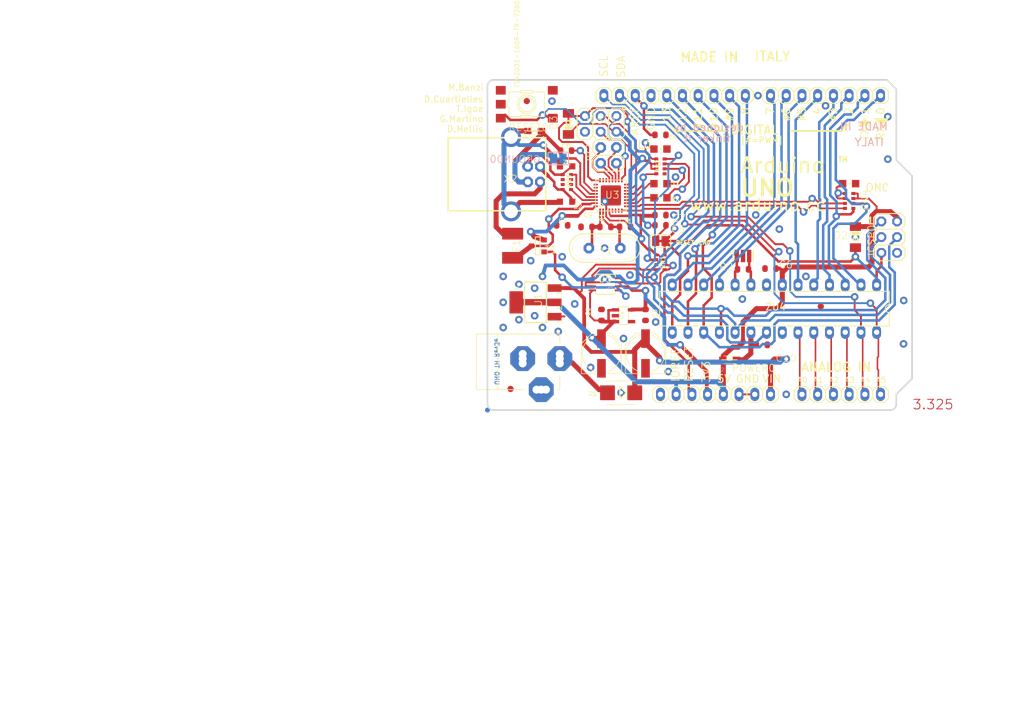
<source format=kicad_pcb>
(kicad_pcb (version 20221018) (generator pcbnew)
  (layers (0 "F.Cu" signal) (31 "B.Cu" signal) (34 "B.Paste" user) (35 "F.Paste" user) (36 "B.SilkS" user "B.Silkscreen") (37 "F.SilkS" user "F.Silkscreen") (38 "B.Mask" user) (39 "F.Mask" user) (44 "Edge.Cuts" user))
  (net 0 "")
  (net 1 "+5V")
  (net 2 "GND")
  (net 3 "AREF")
  (net 4 "RESET")
  (net 5 "VIN")
  (net 6 "M8RXD")
  (net 7 "M8TXD")
  (net 8 "SCK")
  (net 9 "N$3")
  (net 10 "N$35")
  (net 11 "N$36")
  (net 12 "PWRIN")
  (net 13 "D-")
  (net 14 "D+")
  (net 15 "+3V3")
  (net 16 "MISO")
  (net 17 "MOSI")
  (net 18 "SS")
  (net 19 "DTR")
  (net 20 "GATE_CMD")
  (net 21 "CMP")
  (net 22 "USBVCC")
  (net 23 "XTAL2")
  (net 24 "XTAL1")
  (net 25 "TP_VUCAP")
  (net 26 "RD-")
  (net 27 "RD+")
  (net 28 "RESET2")
  (net 29 "MISO2")
  (net 30 "MOSI2")
  (net 31 "SCK2")
  (net 32 "USHIELD")
  (net 33 "UGND")
  (net 34 "XUSB")
  (net 35 "XT2")
  (net 36 "XT1")
  (net 37 "RXLED")
  (net 38 "TXLED")
  (net 39 "AD0")
  (net 40 "AD1")
  (net 41 "AD2")
  (net 42 "AD3")
  (net 43 "AD4/SDA")
  (net 44 "AD5/SCL")
  (net 45 "IO2")
  (net 46 "IO1")
  (net 47 "IO0")
  (net 48 "IO3")
  (net 49 "IO4")
  (net 50 "IO5")
  (net 51 "IO6")
  (net 52 "IO7")
  (net 53 "IO8")
  (net 54 "IO9")
  (net 55 "5-GND")
  (net 56 "N$1")
  (net 57 "PB4")
  (net 58 "PB5")
  (net 59 "PB6")
  (net 60 "PB7")
  (net 61 "L13")
  (net 62 "AVCC")
  (footprint "UNO-TH_Rev3e:TP-SP" (layer "F.Cu") (at 149.7711 129.1336)
    (fp_text reference "TP_3V3" hide)
    (fp_text value "TP_SP" hide)
  )
  (footprint "UNO-TH_Rev3e:1X08" (layer "F.Cu") (at 168.8211 80.8736 180)
    (fp_text reference "IOL0" hide)
    (fp_text value "8x1F-H8.5")
  )
  (footprint "UNO-TH_Rev3e:L1812" (layer "F.Cu") (at 118.2751 105.1306 90)
    (fp_text reference "F1")
    (fp_text value "MF-MSMF050-2 500mA")
  )
  (footprint "UNO-TH_Rev3e:TP-SP" (layer "F.Cu") (at 143.1671 80.8736)
    (fp_text reference "TP_13" hide)
    (fp_text value "TP_SP" hide)
  )
  (footprint "UNO-TH_Rev3e:TP-SP" (layer "F.Cu") (at 130.5941 105.5116)
    (fp_text reference "TP_XT3" hide)
    (fp_text value "TP_SP" hide)
  )
  (footprint "UNO-TH_Rev3e:SMB" (layer "F.Cu") (at 135.8011 128.8796 180)
    (fp_text reference "D1")
    (fp_text value "M7")
  )
  (footprint "UNO-TH_Rev3e:TP-SP" (layer "F.Cu") (at 162.4711 80.8736)
    (fp_text reference "TP_6" hide)
    (fp_text value "TP_SP" hide)
  )
  (footprint "UNO-TH_Rev3e:PANASONIC_D" (layer "F.Cu") (at 139.7381 122.5296 90)
    (fp_text reference "PC1" hide)
    (fp_text value "47u")
  )
  (footprint "UNO-TH_Rev3e:RESONATOR" (layer "F.Cu") (at 155.4861 106.7816)
    (fp_text reference "Y2")
    (fp_text value "CSTCE16M0V53-R0 16MHZ")
  )
  (footprint "UNO-TH_Rev3e:TP-SP" (layer "F.Cu") (at 135.0391 89.2556)
    (fp_text reference "TP_PB5" hide)
    (fp_text value "TP_SP" hide)
  )
  (footprint "UNO-TH_Rev3e:FRAME" (layer "F.Cu") (at 114.2111 131.6736)
    (fp_text reference "FRAME1" hide)
    (fp_text value "DNP" hide)
  )
  (footprint "UNO-TH_Rev3e:TP-SP" (layer "F.Cu") (at 122.7201 92.3036)
    (fp_text reference "TP_D-0" hide)
    (fp_text value "TP_SP" hide)
  )
  (footprint "UNO-TH_Rev3e:C0603-ROUND" (layer "F.Cu") (at 142.1511 101.8286)
    (fp_text reference "C5")
    (fp_text value "100n")
  )
  (footprint "UNO-TH_Rev3e:TP-SP" (layer "F.Cu") (at 135.0391 91.7956)
    (fp_text reference "TP_PB4" hide)
    (fp_text value "TP_SP" hide)
  )
  (footprint "UNO-TH_Rev3e:TP-SP" (layer "F.Cu") (at 132.4991 89.2556)
    (fp_text reference "TP_PB7" hide)
    (fp_text value "TP_SP" hide)
  )
  (footprint "UNO-TH_Rev3e:TP-SP" (layer "F.Cu") (at 129.1971 89.7636)
    (fp_text reference "TP_VUCAP0" hide)
    (fp_text value "TP_SP" hide)
  )
  (footprint "UNO-TH_Rev3e:TP-SP" (layer "F.Cu") (at 129.9591 84.1756)
    (fp_text reference "TP_RESET2" hide)
    (fp_text value "TP_SP" hide)
  )
  (footprint "UNO-TH_Rev3e:MLF32" (layer "F.Cu") (at 134.1501 97.0026 90)
    (fp_text reference "U3")
    (fp_text value "ATMEGA16U2-MU(R)" hide)
  )
  (footprint "UNO-TH_Rev3e:SOT-23" (layer "F.Cu") (at 122.3391 105.1306 -90)
    (fp_text reference "T1")
    (fp_text value "FDN340P")
  )
  (footprint "UNO-TH_Rev3e:TP-SP" (layer "F.Cu") (at 123.2281 88.8746)
    (fp_text reference "TP_USH0" hide)
    (fp_text value "TP_SP" hide)
  )
  (footprint "UNO-TH_Rev3e:TP-SP" (layer "F.Cu") (at 124.1171 100.8126)
    (fp_text reference "TP_USBVCC0" hide)
    (fp_text value "TP_SP" hide)
  )
  (footprint "UNO-TH_Rev3e:TP-SP" (layer "F.Cu") (at 122.7201 94.8436)
    (fp_text reference "TP_XUSB0" hide)
    (fp_text value "TP_SP" hide)
  )
  (footprint "UNO-TH_Rev3e:CAY16" (layer "F.Cu") (at 142.1511 107.7976 90)
    (fp_text reference "RN1")
    (fp_text value "10K")
  )
  (footprint "UNO-TH_Rev3e:TP-SP" (layer "F.Cu") (at 175.1711 80.8736)
    (fp_text reference "TP_1" hide)
    (fp_text value "TP_SP" hide)
  )
  (footprint "UNO-TH_Rev3e:TP-SP" (layer "F.Cu") (at 167.5511 80.8736)
    (fp_text reference "TP_4" hide)
    (fp_text value "TP_SP" hide)
  )
  (footprint "UNO-TH_Rev3e:MSOP08" (layer "F.Cu") (at 133.2611 111.3536 90)
    (fp_text reference "U5")
    (fp_text value "LMV358IDGKR")
  )
  (footprint "UNO-TH_Rev3e:C0603-ROUND" (layer "F.Cu") (at 132.6261 116.3066 -90)
    (fp_text reference "C1")
    (fp_text value "100n")
  )
  (footprint "UNO-TH_Rev3e:POWERSUPPLY_DC-21MM" (layer "F.Cu") (at 119.5451 123.2916 90)
    (fp_text reference "X1" hide)
    (fp_text value "POWERSUPPLY_DC21MMX")
  )
  (footprint "UNO-TH_Rev3e:TP-SP" (layer "F.Cu") (at 150.7871 80.8736)
    (fp_text reference "TP_10" hide)
    (fp_text value "TP_SP" hide)
  )
  (footprint "UNO-TH_Rev3e:TP-SP" (layer "F.Cu") (at 167.5511 129.1336)
    (fp_text reference "TP_A1" hide)
    (fp_text value "TP_SP" hide)
  )
  (footprint "UNO-TH_Rev3e:SOT23-DBV" (layer "F.Cu") (at 136.1821 116.4336 -90)
    (fp_text reference "U2")
    (fp_text value "LP2985-33DBVR")
  )
  (footprint "UNO-TH_Rev3e:TP-SP" (layer "F.Cu") (at 132.4991 91.7956)
    (fp_text reference "TP_PB6" hide)
    (fp_text value "TP_SP" hide)
  )
  (footprint "UNO-TH_Rev3e:TP-SP" (layer "F.Cu") (at 139.7381 88.4936)
    (fp_text reference "TP_LL0" hide)
    (fp_text value "TP_SP" hide)
  )
  (footprint "UNO-TH_Rev3e:FIDUCIA-MOUNT" (layer "F.Cu") (at 120.5611 81.7626)
    (fp_text reference "FD1" hide)
    (fp_text value "FIDUCIALMOUNT" hide)
  )
  (footprint "UNO-TH_Rev3e:MINIMELF" (layer "F.Cu") (at 127.2921 85.4456 90)
    (fp_text reference "D3")
    (fp_text value "CD1206-S01575")
  )
  (footprint "UNO-TH_Rev3e:TP-SP" (layer "F.Cu") (at 156.7561 111.4806)
    (fp_text reference "TP_XT1" hide)
    (fp_text value "TP_SP" hide)
  )
  (footprint "UNO-TH_Rev3e:TP-SP" (layer "F.Cu") (at 120.1801 92.3036)
    (fp_text reference "TP_D+0" hide)
    (fp_text value "TP_SP" hide)
  )
  (footprint "UNO-TH_Rev3e:C0603-ROUND" (layer "F.Cu") (at 130.2131 102.0826 180)
    (fp_text reference "C9")
    (fp_text value "22p")
  )
  (footprint "UNO-TH_Rev3e:CAY16" (layer "F.Cu") (at 127.0381 94.8436 90)
    (fp_text reference "RN3")
    (fp_text value "22R")
  )
  (footprint "UNO-TH_Rev3e:TP-SP" (layer "F.Cu") (at 154.2161 111.4806)
    (fp_text reference "TP_XT2" hide)
    (fp_text value "TP_SP" hide)
  )
  (footprint "UNO-TH_Rev3e:CAY16" (layer "F.Cu") (at 142.1511 92.3036 -90)
    (fp_text reference "RN2")
    (fp_text value "1K")
  )
  (footprint "UNO-TH_Rev3e:2X03" (layer "F.Cu") (at 179.1081 103.7336 -90)
    (fp_text reference "ICSP0")
    (fp_text value "3x2 M")
  )
  (footprint "UNO-TH_Rev3e:TP-SP" (layer "F.Cu") (at 127.4191 123.4186)
    (fp_text reference "TP_PWRIN0" hide)
    (fp_text value "TP_SP" hide)
  )
  (footprint "UNO-TH_Rev3e:TP-SP" (layer "F.Cu") (at 147.2311 129.1336)
    (fp_text reference "TP_RESET0" hide)
    (fp_text value "TP_SP" hide)
  )
  (footprint "UNO-TH_Rev3e:TP-SP" (layer "F.Cu") (at 140.1191 101.8286)
    (fp_text reference "TP_DTR0" hide)
    (fp_text value "TP_SP" hide)
  )
  (footprint "UNO-TH_Rev3e:CAY16" (layer "F.Cu") (at 172.6311 97.8916 90)
    (fp_text reference "RN4")
    (fp_text value "1K")
  )
  (footprint "UNO-TH_Rev3e:TS42" (layer "F.Cu") (at 120.5611 82.2706)
    (fp_text reference "RESET0")
    (fp_text value "TS42031-160R-TR-7260")
  )
  (footprint "UNO-TH_Rev3e:TP-SP" (layer "F.Cu") (at 177.7111 129.1336)
    (fp_text reference "TP_A5" hide)
    (fp_text value "TP_SP" hide)
  )
  (footprint "UNO-TH_Rev3e:TP-SP" (layer "F.Cu") (at 159.9311 80.8736)
    (fp_text reference "TP_7" hide)
    (fp_text value "TP_SP" hide)
  )
  (footprint "UNO-TH_Rev3e:TP-SP" (layer "F.Cu") (at 144.1831 108.3056)
    (fp_text reference "TP_CMP0" hide)
    (fp_text value "TP_SP" hide)
  )
  (footprint "UNO-TH_Rev3e:C0603-ROUND" (layer "F.Cu") (at 126.9111 89.7636 180)
    (fp_text reference "C8")
    (fp_text value "1u")
  )
  (footprint "UNO-TH_Rev3e:TP-SP" (layer "F.Cu") (at 114.2111 131.6736)
    (fp_text reference "ORIGIN0" hide)
    (fp_text value "TP_SP" hide)
  )
  (footprint "UNO-TH_Rev3e:R0603-ROUND" (layer "F.Cu") (at 133.2611 102.0826)
    (fp_text reference "R1")
    (fp_text value "1M")
  )
  (footprint "UNO-TH_Rev3e:TP-SP" (layer "F.Cu") (at 172.6311 129.1336)
    (fp_text reference "TP_A3" hide)
    (fp_text value "TP_SP" hide)
  )
  (footprint "UNO-TH_Rev3e:C0603-ROUND" (layer "F.Cu") (at 136.4361 102.0826)
    (fp_text reference "C11")
    (fp_text value "22p")
  )
  (footprint "UNO-TH_Rev3e:TP-SP" (layer "F.Cu") (at 145.7071 80.8736)
    (fp_text reference "TP_12" hide)
    (fp_text value "TP_SP" hide)
  )
  (footprint "UNO-TH_Rev3e:R0603-ROUND" (layer "F.Cu") (at 155.4861 108.9406 180)
    (fp_text reference "R2")
    (fp_text value "1M")
  )
  (footprint "UNO-TH_Rev3e:C0603-ROUND" (layer "F.Cu") (at 142.1511 100.1776)
    (fp_text reference "C7")
    (fp_text value "100n")
  )
  (footprint "UNO-TH_Rev3e:TP-SP" (layer "F.Cu") (at 140.6271 80.8736)
    (fp_text reference "GND_TP1" hide)
    (fp_text value "TP_SP" hide)
  )
  (footprint "UNO-TH_Rev3e:TP-SP" (layer "F.Cu") (at 170.0911 80.8736)
    (fp_text reference "TP_3" hide)
    (fp_text value "TP_SP" hide)
  )
  (footprint "UNO-TH_Rev3e:2X02" (layer "F.Cu") (at 133.7691 90.5256 90)
    (fp_text reference "JP2")
    (fp_text value "2x2 M - NM")
  )
  (footprint "UNO-TH_Rev3e:CHIP-LED0805" (layer "F.Cu") (at 172.6311 95.0976 -90)
    (fp_text reference "ON0")
    (fp_text value "GREEN")
  )
  (footprint "UNO-TH_Rev3e:TP-SP" (layer "F.Cu") (at 135.6741 105.5116)
    (fp_text reference "TP_XT4" hide)
    (fp_text value "TP_SP" hide)
  )
  (footprint "UNO-TH_Rev3e:TP-SP" (layer "F.Cu") (at 133.1341 110.5916)
    (fp_text reference "TP_LCMD0" hide)
    (fp_text value "TP_SP" hide)
  )
  (footprint "UNO-TH_Rev3e:SOT223" (layer "F.Cu") (at 121.9581 114.2746 90)
    (fp_text reference "U1")
    (fp_text value "NCP1117ST50T3G")
  )
  (footprint "" (layer "F.Cu") (at 128.1811 129.1336)
    (fp_text reference "@HOLE3" hide)
    (fp_text value "")
  )
  (footprint "UNO-TH_Rev3e:C0603-ROUND" (layer "F.Cu") (at 126.2761 101.8286 180)
    (fp_text reference "C2")
    (fp_text value "100n")
  )
  (footprint "UNO-TH_Rev3e:TP-SP" (layer "F.Cu") (at 157.3911 129.1336)
    (fp_text reference "GND_TP0" hide)
    (fp_text value "TP_SP" hide)
  )
  (footprint "UNO-TH_Rev3e:TP-SP" (layer "F.Cu") (at 175.1711 129.1336)
    (fp_text reference "TP_A4" hide)
    (fp_text value "TP_SP" hide)
  )
  (footprint "UNO-TH_Rev3e:SJ" (layer "F.Cu") (at 142.1511 104.3686)
    (fp_text reference "RESET-EN0")
    (fp_text value "")
  )
  (footprint "UNO-TH_Rev3e:CT_CN0603" (layer "F.Cu") (at 126.9111 92.3036 180)
    (fp_text reference "Z1")
    (fp_text value "CG0603MLC-05E")
  )
  (footprint "UNO-TH_Rev3e:TP-SP" (layer "F.Cu") (at 120.1801 94.8436)
    (fp_text reference "TP_UGND0" hide)
    (fp_text value "TP_SP" hide)
  )
  (footprint "UNO-TH_Rev3e:TP-SP" (layer "F.Cu") (at 135.0391 84.1756)
    (fp_text reference "TP_MISO2" hide)
    (fp_text value "TP_SP" hide)
  )
  (footprint "UNO-TH_Rev3e:TP-SP" (layer "F.Cu") (at 165.2651 99.6696)
    (fp_text reference "TP_TX0" hide)
    (fp_text value "TP_SP" hide)
  )
  (footprint "UNO-TH_Rev3e:1X10" (layer "F.Cu") (at 144.4371 80.8736 180)
    (fp_text reference "IOH0" hide)
    (fp_text value "10x1F-H8.5")
  )
  (footprint "UNO-TH_Rev3e:FIDUCIA-MOUNT" (layer "F.Cu") (at 117.9411 128.2636)
    (fp_text reference "FD3" hide)
    (fp_text value "FIDUCIALMOUNT" hide)
  )
  (footprint "UNO-TH_Rev3e:TP-SP" (layer "F.Cu") (at 132.4991 86.7156)
    (fp_text reference "TP_MOSI2" hide)
    (fp_text value "TP_SP" hide)
  )
  (footprint "UNO-TH_Rev3e:TP-SP" (layer "F.Cu") (at 148.2471 80.8736)
    (fp_text reference "TP_11" hide)
    (fp_text value "TP_SP" hide)
  )
  (footprint "UNO-TH_Rev3e:TP-SP" (layer "F.Cu") (at 172.6311 80.8736)
    (fp_text reference "TP_2" hide)
    (fp_text value "TP_SP" hide)
  )
  (footprint "UNO-TH_Rev3e:CHIP-LED0805" (layer "F.Cu") (at 142.1511 97.3836 90)
    (fp_text reference "RX0" hide)
    (fp_text value "YELLOW")
  )
  (footprint "UNO-TH_Rev3e:TP-SP" (layer "F.Cu") (at 132.4991 84.1756)
    (fp_text reference "TP_SCK2" hide)
    (fp_text value "TP_SP" hide)
  )
  (footprint "UNO-TH_Rev3e:C0603-ROUND" (layer "F.Cu") (at 139.7381 116.3066 90)
    (fp_text reference "C3")
    (fp_text value "1u")
  )
  (footprint "UNO-TH_Rev3e:TP-SP" (layer "F.Cu") (at 145.5801 92.9386)
    (fp_text reference "TP_TXL0" hide)
    (fp_text value "TP_SP" hide)
  )
  (footprint "UNO-TH_Rev3e:TP-SP" (layer "F.Cu") (at 145.5801 95.9866)
    (fp_text reference "TP_RXL0" hide)
    (fp_text value "TP_SP" hide)
  )
  (footprint "UNO-TH_Rev3e:TP-SP" (layer "F.Cu") (at 177.7111 80.8736)
    (fp_text reference "TP_0" hide)
    (fp_text value "TP_SP" hide)
  )
  (footprint "" (layer "F.Cu") (at 180.2511 96.1136)
    (fp_text reference "@HOLE0" hide)
    (fp_text value "")
  )
  (footprint "UNO-TH_Rev3e:TP-SP" (layer "F.Cu") (at 165.0111 129.1336)
    (fp_text reference "TP_A0" hide)
    (fp_text value "TP_SP" hide)
  )
  (footprint "UNO-TH_Rev3e:0805" (layer "F.Cu") (at 121.8311 86.5886 180)
    (fp_text reference "L1")
    (fp_text value "BLM21")
  )
  (footprint "UNO-TH_Rev3e:TP-SP" (layer "F.Cu") (at 170.0911 129.1336)
    (fp_text reference "TP_A2" hide)
    (fp_text value "TP_SP" hide)
  )
  (footprint "UNO-TH_Rev3e:C0603-ROUND" (layer "F.Cu") (at 142.1511 87.2236 180)
    (fp_text reference "C4")
    (fp_text value "100n")
  )
  (footprint "UNO-TH_Rev3e:CT_CN0603" (layer "F.Cu") (at 126.9111 98.0186 180)
    (fp_text reference "Z2")
    (fp_text value "CG0603MLC-05E")
  )
  (footprint "UNO-TH_Rev3e:CHIP-LED0805" (layer "F.Cu") (at 142.1511 89.5096 -90)
    (fp_text reference "L0")
    (fp_text value "YELLOW")
  )
  (footprint "UNO-TH_Rev3e:TP-SP" (layer "F.Cu") (at 133.0071 80.8736)
    (fp_text reference "TP_SCL0" hide)
    (fp_text value "TP_SP" hide)
  )
  (footprint "UNO-TH_Rev3e:MINIMELF" (layer "F.Cu") (at 173.6471 103.7336 -90)
    (fp_text reference "D2")
    (fp_text value "CD1206-S01575")
  )
  (footprint "UNO-TH_Rev3e:0805" (layer "F.Cu") (at 153.3271 123.5456)
    (fp_text reference "L2")
    (fp_text value "10uH")
  )
  (footprint "" (layer "F.Cu") (at 129.4511 80.8736)
    (fp_text reference "@HOLE2" hide)
    (fp_text value "")
  )
  (footprint "UNO-TH_Rev3e:TP-SP" (layer "F.Cu") (at 170.8531 96.6216)
    (fp_text reference "TP_ONL0" hide)
    (fp_text value "TP_SP" hide)
  )
  (footprint "UNO-TH_Rev3e:C0603-ROUND" (layer "F.Cu") (at 159.9311 108.8136)
    (fp_text reference "C6")
    (fp_text value "100n")
  )
  (footprint "UNO-TH_Rev3e:TP-SP" (layer "F.Cu") (at 180.3781 101.1936)
    (fp_text reference "TP_5V1" hide)
    (fp_text value "TP_SP" hide)
  )
  (footprint "UNO-TH_Rev3e:FIDUCIA-MOUNT" (layer "F.Cu") (at 168.0511 114.9326)
    (fp_text reference "FD2" hide)
    (fp_text value "FIDUCIALMOUNT" hide)
  )
  (footprint "" (layer "F.Cu") (at 180.2511 124.0536)
    (fp_text reference "@HOLE1" hide)
    (fp_text value "")
  )
  (footprint "UNO-TH_Rev3e:TP-SP" (layer "F.Cu") (at 126.2761 110.2106)
    (fp_text reference "TP_GATE0" hide)
    (fp_text value "TP_SP" hide)
  )
  (footprint "UNO-TH_Rev3e:CHIP-LED0805" (layer "F.Cu") (at 142.1511 95.0976 90)
    (fp_text reference "TX0" hide)
    (fp_text value "YELLOW")
  )
  (footprint "UNO-TH_Rev3e:DIL28-3" (layer "F.Cu") (at 160.5661 115.2906 180)
    (fp_text reference "ZU4")
    (fp_text value "ATMEGA328P-PU")
  )
  (footprint "UNO-TH_Rev3e:TP-SP" (layer "F.Cu") (at 166.6621 97.5106)
    (fp_text reference "TP_RX0" hide)
    (fp_text value "TP_SP" hide)
  )
  (footprint "UNO-TH_Rev3e:TP-SP" (layer "F.Cu") (at 159.9311 129.1336)
    (fp_text reference "TP_VIN0" hide)
    (fp_text value "TP_SP" hide)
  )
  (footprint "UNO-TH_Rev3e:PN61729" (layer "F.Cu") (at 118.0211 93.5736 -90)
    (fp_text reference "X2")
    (fp_text value "USB-B_TH")
  )
  (footprint "UNO-TH_Rev3e:1X06" (layer "F.Cu") (at 171.3611 129.1336)
    (fp_text reference "AD0" hide)
    (fp_text value "6x1F-H8.5")
  )
  (footprint "UNO-TH_Rev3e:PANASONIC_D" (layer "F.Cu") (at 132.6261 122.5296 90)
    (fp_text reference "PC2" hide)
    (fp_text value "47u")
  )
  (footprint "UNO-TH_Rev3e:TP-SP" (layer "F.Cu") (at 135.5471 80.8736)
    (fp_text reference "TP_SDA0" hide)
    (fp_text value "TP_SP" hide)
  )
  (footprint "UNO-TH_Rev3e:TP-SP" (layer "F.Cu") (at 155.8671 80.8736)
    (fp_text reference "TP_8" hide)
    (fp_text value "TP_SP" hide)
  )
  (footprint "UNO-TH_Rev3e:TP-SP" (layer "F.Cu") (at 153.3271 80.8736)
    (fp_text reference "TP_9" hide)
    (fp_text value "TP_SP" hide)
  )
  (footprint "UNO-TH_Rev3e:C0603-ROUND" (layer "F.Cu") (at 158.5341 121.1326 180)
    (fp_text reference "C10")
    (fp_text value "100n")
  )
  (footprint "UNO-TH_Rev3e:TP-SP" (layer "F.Cu") (at 152.3111 129.1336)
    (fp_text reference "TP_5V0" hide)
    (fp_text value "TP_SP" hide)
  )
  (footprint "UNO-TH_Rev3e:QS" (layer "F.Cu") (at 133.1341 105.5116 180)
    (fp_text reference "Y1")
    (fp_text value "16MHz")
  )
  (footprint "UNO-TH_Rev3e:TP-SP" (layer "F.Cu") (at 165.0111 80.8736)
    (fp_text reference "TP_5" hide)
    (fp_text value "TP_SP" hide)
  )
  (footprint "UNO-TH_Rev3e:1X08" (layer "F.Cu") (at 151.0411 129.1336)
    (fp_text reference "POWER0")
    (fp_text value "8x1F-H8.5")
  )
  (footprint "UNO-TH_Rev3e:2X03" (layer "F.Cu") (at 132.4991 85.4456 180)
    (fp_text reference "ICSP1")
    (fp_text value "3x2 M")
  )
  (footprint "UNO-TH_Rev3e:TP-SP" (layer "F.Cu") (at 138.0871 80.8736)
    (fp_text reference "TP_AREF0" hide)
    (fp_text value "TP_SP" hide)
  )
  (footprint "UNO-TH_Rev3e:SJ" (layer "B.Cu") (at 125.6411 91.0336 180)
    (fp_text reference "GROUND0")
    (fp_text value "")
  )
  (gr_line (start 177.8381 85.0646) (end 177.8381 85.1916) (stroke (width 0.3048)) (layer "F.SilkS"))
  (gr_line (start 177.3301 84.8106) (end 178.3461 84.8106) (stroke (width 0.3048)) (layer "F.SilkS"))
  (gr_line (start 175.1711 84.6836) (end 174.2821 85.5726) (stroke (width 0.3048)) (layer "F.SilkS"))
  (gr_line (start 176.0601 85.5726) (end 175.1711 84.6836) (stroke (width 0.3048)) (layer "F.SilkS"))
  (gr_line (start 178.7271 84.6836) (end 176.9491 84.6836) (stroke (width 0.3048)) (layer "F.SilkS"))
  (gr_line (start 176.9491 84.6836) (end 177.8381 85.5726) (stroke (width 0.3048)) (layer "F.SilkS"))
  (gr_line (start 152.6921 86.5886) (end 144.5641 86.5886) (stroke (width 0.3048)) (layer "F.SilkS"))
  (gr_line (start 177.4571 84.9376) (end 177.9651 84.9376) (stroke (width 0.3048)) (layer "F.SilkS"))
  (gr_line (start 171.4881 86.5886) (end 163.3601 86.5886) (stroke (width 0.3048)) (layer "F.SilkS"))
  (gr_line (start 177.8381 85.5726) (end 178.7271 84.6836) (stroke (width 0.3048)) (layer "F.SilkS"))
  (gr_line (start 175.6791 85.4456) (end 174.9171 85.4456) (stroke (width 0.3048)) (layer "F.SilkS"))
  (gr_line (start 174.2821 85.5726) (end 176.0601 85.5726) (stroke (width 0.3048)) (layer "F.SilkS"))
  (gr_line (start 177.8381 85.3186) (end 177.4571 84.9376) (stroke (width 0.3048)) (layer "F.SilkS"))
  (gr_line (start 174.9171 85.4456) (end 175.2981 85.1916) (stroke (width 0.3048)) (layer "F.SilkS"))
  (gr_line (start 175.1711 84.9376) (end 175.6791 85.4456) (stroke (width 0.3048)) (layer "F.SilkS"))
  (gr_line (start 144.5641 86.5886) (end 143.4211 85.4456) (stroke (width 0.3048)) (layer "F.SilkS"))
  (gr_line (start 174.6631 85.4456) (end 175.1711 84.9376) (stroke (width 0.3048)) (layer "F.SilkS"))
  (gr_circle (center 136.3091 82.9056) (end 136.5631 82.9056) (stroke (width 0.254)) (fill none) (layer "F.SilkS"))
  (gr_line (start 178.3461 84.8106) (end 177.8381 85.3186) (stroke (width 0.3048)) (layer "F.SilkS"))
  (gr_line (start 172.6311 85.4456) (end 171.4881 86.5886) (stroke (width 0.3048)) (layer "F.SilkS"))
  (gr_line (start 182.7911 126.5936) (end 180.2511 129.1336) (stroke (width 0.254)) (layer "Edge.Cuts"))
  (gr_line (start 180.2511 129.1336) (end 180.2511 130.6736) (stroke (width 0.254)) (layer "Edge.Cuts"))
  (gr_line (start 178.7271 78.3336) (end 180.2511 79.8576) (stroke (width 0.254)) (layer "Edge.Cuts"))
  (gr_line (start 179.2511 131.6736) (end 115.2111 131.6736) (stroke (width 0.254)) (layer "Edge.Cuts"))
  (gr_arc (start 114.2111 79.3336) (mid 114.503993 78.626493) (end 115.2111 78.3336) (stroke (width 0.254)) (layer "Edge.Cuts"))
  (gr_arc (start 115.2111 131.6736) (mid 114.503993 131.380707) (end 114.2111 130.6736) (stroke (width 0.254)) (layer "Edge.Cuts"))
  (gr_line (start 182.7911 93.8276) (end 182.7911 126.5936) (stroke (width 0.254)) (layer "Edge.Cuts"))
  (gr_line (start 180.2511 91.2876) (end 182.7911 93.8276) (stroke (width 0.254)) (layer "Edge.Cuts"))
  (gr_line (start 180.2511 79.8576) (end 180.2511 91.2876) (stroke (width 0.254)) (layer "Edge.Cuts"))
  (gr_line (start 115.2111 78.3336) (end 178.7271 78.3336) (stroke (width 0.254)) (layer "Edge.Cuts"))
  (gr_arc (start 180.2511 130.6736) (mid 179.958207 131.380707) (end 179.2511 131.6736) (stroke (width 0.254)) (layer "Edge.Cuts"))
  (gr_line (start 114.2111 130.6736) (end 114.2111 79.3336) (stroke (width 0.254)) (layer "Edge.Cuts"))
  (gr_text "3.325" (at 182.7911 131.6736) (layer "F.Cu") (effects (font (size 1.542288 1.542288) (thickness 0.134112)) (justify left bottom)))
  (gr_text "UNO TH Rev3e" (at 116.1161 119.9896 -90) (layer "B.Cu") (effects (font (size 0.69088 0.69088) (thickness 0.12192)) (justify right top mirror)))
  (gr_text "designed by" (at 155.7401 86.7156) (layer "B.SilkS") (effects (font (size 1.251712 1.251712) (thickness 0.170688)) (justify left bottom mirror)))
  (gr_text "tinker it" (at 153.5811 88.4936) (layer "B.SilkS") (effects (font (size 1.251712 1.251712) (thickness 0.170688)) (justify left bottom mirror)))
  (gr_text "ITALY" (at 178.3461 89.1286) (layer "B.SilkS") (effects (font (size 1.251712 1.251712) (thickness 0.170688)) (justify left bottom mirror)))
  (gr_text "MADE IN" (at 178.9811 86.5886) (layer "B.SilkS") (effects (font (size 1.251712 1.251712) (thickness 0.170688)) (justify left bottom mirror)))
  (gr_text "1" (at 175.4575 101.7292) (layer "F.SilkS") (effects (font (size 1.0795 1.0795) (thickness 0.1905)) (justify left bottom)))
  (gr_text "#" (at 153.8351 85.0646 90) (layer "F.SilkS") (effects (font (size 0.972312 0.972312) (thickness 0.145288)) (justify left bottom)))
  (gr_text "TM" (at 170.7261 91.6686) (layer "F.SilkS") (effects (font (size 0.8128 0.8128) (thickness 0.2032)) (justify left bottom)))
  (gr_text "#" (at 163.1061 85.0646 90) (layer "F.SilkS") (effects (font (size 0.972312 0.972312) (thickness 0.145288)) (justify left bottom)))
  (gr_text "4" (at 166.7891 82.6516 90) (layer "F.SilkS") (effects (font (size 1.251712 1.251712) (thickness 0.170688)) (justify right top)))
  (gr_text "RX" (at 143.8021 98.0186) (layer "F.SilkS") (effects (font (size 0.69088 0.69088) (thickness 0.12192)) (justify left bottom)))
  (gr_text "TX" (at 145.3261 94.7166) (layer "F.SilkS") (effects (font (size 0.69088 0.69088) (thickness 0.12192)) (justify right top)))
  (gr_text "10" (at 150.0251 82.6516 90) (layer "F.SilkS") (effects (font (size 1.251712 1.251712) (thickness 0.170688)) (justify right top)))
  (gr_text "#" (at 151.4221 86.3346 90) (layer "F.SilkS") (effects (font (size 0.972312 0.972312) (thickness 0.145288)) (justify left bottom)))
  (gr_text "7" (at 159.1691 82.6516 90) (layer "F.SilkS") (effects (font (size 1.251712 1.251712) (thickness 0.170688)) (justify right top)))
  (gr_text "D.Mellis" (at 113.6269 85.6996) (layer "F.SilkS") (effects (font (size 1.00584 1.00584) (thickness 0.13716)) (justify right top)))
  (gr_text "A3" (at 171.8197 127.3434) (layer "F.SilkS") (effects (font (size 0.89408 0.89408) (thickness 0.12192)) (justify left bottom)))
  (gr_text "MADE IN" (at 145.1991 75.5396) (layer "F.SilkS") (effects (font (size 1.5113 1.5113) (thickness 0.2667)) (justify left bottom)))
  (gr_text "SDA" (at 136.5333 78.0928 90) (layer "F.SilkS") (effects (font (size 1.28016 1.28016) (thickness 0.14224)) (justify left bottom)))
  (gr_text "GND" (at 154.2245 127.3688) (layer "F.SilkS") (effects (font (size 1.251712 1.251712) (thickness 0.170688)) (justify left bottom)))
  (gr_text "#" (at 148.8821 86.3346 90) (layer "F.SilkS") (effects (font (size 0.972312 0.972312) (thickness 0.145288)) (justify left bottom)))
  (gr_text "T.Igoe" (at 113.6269 82.3976) (layer "F.SilkS") (effects (font (size 1.00584 1.00584) (thickness 0.13716)) (justify right top)))
  (gr_text "AREF" (at 137.2279 82.5114 90) (layer "F.SilkS") (effects (font (size 1.28016 1.28016) (thickness 0.14224)) (justify right top)))
  (gr_text "Arduino" (at 154.8511 93.5736) (layer "F.SilkS") (effects (font (size 2.45872 2.45872) (thickness 0.33528)) (justify left bottom)))
  (gr_text "13" (at 142.4051 82.6516 90) (layer "F.SilkS") (effects (font (size 1.251712 1.251712) (thickness 0.170688)) (justify right top)))
  (gr_text "www.arduino.cc" (at 146.7231 99.6696) (layer "F.SilkS") (effects (font (size 1.922272 1.922272) (thickness 0.262128)) (justify left bottom)))
  (gr_text "12" (at 144.9451 82.6516 90) (layer "F.SilkS") (effects (font (size 1.251712 1.251712) (thickness 0.170688)) (justify right top)))
  (gr_text "#" (at 170.5991 85.0646 90) (layer "F.SilkS") (effects (font (size 0.972312 0.972312) (thickness 0.145288)) (justify left bottom)))
  (gr_text "5V" (at 151.1681 127.3556) (layer "F.SilkS") (effects (font (size 1.251712 1.251712) (thickness 0.170688)) (justify left bottom)))
  (gr_text "G.Martino" (at 113.6269 84.0486) (layer "F.SilkS") (effects (font (size 1.00584 1.00584) (thickness 0.13716)) (justify right top)))
  (gr_text "3" (at 169.3291 82.6516 90) (layer "F.SilkS") (effects (font (size 1.251712 1.251712) (thickness 0.170688)) (justify right top)))
  (gr_text "A0" (at 164.1997 127.3434) (layer "F.SilkS") (effects (font (size 0.89408 0.89408) (thickness 0.12192)) (justify left bottom)))
  (gr_text "3V3" (at 150.2791 127.3556 90) (layer "F.SilkS") (effects (font (size 1.28016 1.28016) (thickness 0.14224)) (justify left bottom)))
  (gr_text "[#=PWM]" (at 155.1051 88.6206) (layer "F.SilkS") (effects (font (size 0.972312 0.972312) (thickness 0.145288)) (justify left bottom)))
  (gr_text "D.Cuartielles" (at 113.6269 80.8736) (layer "F.SilkS") (effects (font (size 1.00584 1.00584) (thickness 0.13716)) (justify right top)))
  (gr_text "A5" (at 176.8997 127.3434) (layer "F.SilkS") (effects (font (size 0.89408 0.89408) (thickness 0.12192)) (justify left bottom)))
  (gr_text "RX" (at 178.4731 88.2396 90) (layer "F.SilkS") (effects (font (size 1.28016 1.28016) (thickness 0.14224)) (justify left bottom)))
  (gr_text "A4" (at 174.3597 127.3434) (layer "F.SilkS") (effects (font (size 0.89408 0.89408) (thickness 0.12192)) (justify left bottom)))
  (gr_text "8" (at 155.1051 82.6516 90) (layer "F.SilkS") (effects (font (size 1.251712 1.251712) (thickness 0.170688)) (justify right top)))
  (gr_text "A2" (at 169.2797 127.3434) (layer "F.SilkS") (effects (font (size 0.89408 0.89408) (thickness 0.12192)) (justify left bottom)))
  (gr_text "VIN" (at 158.5341 127.3556) (layer "F.SilkS") (effects (font (size 1.251712 1.251712) (thickness 0.170688)) (justify left bottom)))
  (gr_text "1" (at 174.4091 82.6516 90) (layer "F.SilkS") (effects (font (size 1.251712 1.251712) (thickness 0.170688)) (justify right top)))
  (gr_text "M.Banzi" (at 113.7031 78.9686) (layer "F.SilkS") (effects (font (size 1.00584 1.00584) (thickness 0.13716)) (justify right top)))
  (gr_text "11" (at 147.4851 82.6516 90) (layer "F.SilkS") (effects (font (size 1.251712 1.251712) (thickness 0.170688)) (justify right top)))
  (gr_text "ANALOG IN" (at 164.7571 125.5776) (layer "F.SilkS") (effects (font (size 1.42494 1.42494) (thickness 0.25146)) (justify left bottom)))
  (gr_text "6" (at 161.7091 82.6516 90) (layer "F.SilkS") (effects (font (size 1.251712 1.251712) (thickness 0.170688)) (justify right top)))
  (gr_text "IOREF" (at 145.3261 127.2286 90) (layer "F.SilkS") (effects (font (size 1.28016 1.28016) (thickness 0.14224)) (justify left bottom)))
  (gr_text "#" (at 165.5191 85.0646 90) (layer "F.SilkS") (effects (font (size 0.972312 0.972312) (thickness 0.145288)) (justify left bottom)))
  (gr_text "TX" (at 175.9287 88.2274 90) (layer "F.SilkS") (effects (font (size 1.28016 1.28016) (thickness 0.14224)) (justify left bottom)))
  (gr_text "0" (at 176.9491 82.6516 90) (layer "F.SilkS") (effects (font (size 1.251712 1.251712) (thickness 0.170688)) (justify right top)))
  (gr_text "A1" (at 166.7397 127.3434) (layer "F.SilkS") (effects (font (size 0.89408 0.89408) (thickness 0.12192)) (justify left bottom)))
  (gr_text "2" (at 171.8691 82.6516 90) (layer "F.SilkS") (effects (font (size 1.251712 1.251712) (thickness 0.170688)) (justify right top)))
  (gr_text "DIGITAL" (at 153.3635 87.2594) (layer "F.SilkS") (effects (font (size 1.42494 1.42494) (thickness 0.25146)) (justify left bottom)))
  (gr_text "UNO" (at 154.8511 97.3836) (layer "F.SilkS") (effects (font (size 2.69875 2.69875) (thickness 0.47625)) (justify left bottom)))
  (gr_text "5" (at 164.2491 82.6516 90) (layer "F.SilkS") (effects (font (size 1.251712 1.251712) (thickness 0.170688)) (justify right top)))
  (gr_text "RESET" (at 147.4851 127.2286 90) (layer "F.SilkS") (effects (font (size 1.28016 1.28016) (thickness 0.14224)) (justify left bottom)))
  (gr_text "GND" (at 139.8841 82.5368 90) (layer "F.SilkS") (effects (font (size 1.28016 1.28016) (thickness 0.14224)) (justify right top)))
  (gr_text "SCL" (at 133.7393 77.9658 90) (layer "F.SilkS") (effects (font (size 1.28016 1.28016) (thickness 0.14224)) (justify left bottom)))
  (gr_text "9" (at 152.5651 82.6516 90) (layer "F.SilkS") (effects (font (size 1.251712 1.251712) (thickness 0.170688)) (justify right top)))
  (gr_text "ITALY" (at 157.2641 75.4126) (layer "F.SilkS") (effects (font (size 1.5113 1.5113) (thickness 0.2667)) (justify left bottom)))
  (segment (start 125.2347 114.2492) (end 125.0569 114.2746) (width 0.508) (layer "F.Cu") (net 1))
  (segment (start 130.7846 116.4971) (end 130.7846 112.7741) (width 0.3048) (layer "F.Cu") (net 1))
  (segment (start 138.8491 100.1639) (end 137.2391 100.1639) (width 0.4064) (layer "F.Cu") (net 1))
  (segment (start 137.0984 100.3046) (end 134.1501 100.3046) (width 0.4064) (layer "F.Cu") (net 1))
  (segment (start 131.1891 112.3696) (end 131.1491 112.3296) (width 0.3048) (layer "F.Cu") (net 1))
  (segment (start 138.9761 100.2909) (end 138.8491 100.1639) (width 0.4064) (layer "F.Cu") (net 1))
  (segment (start 141.4761 106.5976) (end 141.5331 106.6546) (width 0.254) (layer "F.Cu") (net 1))
  (segment (start 139.1031 103.9876) (end 139.1031 104.7006) (width 0.4064) (layer "F.Cu") (net 1))
  (segment (start 153.8351 121.5136) (end 152.3111 122.9106) (width 0.8128) (layer "F.Cu") (net 1))
  (segment (start 140.6841 92.7036) (end 141.4761 92.7036) (width 0.3048) (layer "F.Cu") (net 1))
  (segment (start 141.8655 106.5976) (end 142.4369 107.3976) (width 0.254) (layer "F.Cu") (net 1))
  (segment (start 176.3141 102.2096) (end 176.1381 102.0336) (width 0.8128) (layer "F.Cu") (net 1))
  (segment (start 180.3781 100.5586) (end 180.3781 101.1936) (width 0.8128) (layer "F.Cu") (net 1))
  (segment (start 179.3113 99.6188) (end 180.3781 100.5586) (width 0.8128) (layer "F.Cu") (net 1))
  (segment (start 134.8211 115.5446) (end 134.8821 115.4836) (width 0.4064) (layer "F.Cu") (net 1))
  (segment (start 176.3141 100.3046) (end 176.9999 99.6188) (width 0.8128) (layer "F.Cu") (net 1))
  (segment (start 180.3781 101.1936) (end 180.3781 101.2306) (width 0.8128) (layer "F.Cu") (net 1))
  (segment (start 161.8361 114.4016) (end 160.9471 115.2906) (width 0.8128) (layer "F.Cu") (net 1))
  (segment (start 132.6261 119.3546) (end 134.5971 117.3836) (width 0.6096) (layer "F.Cu") (net 1))
  (segment (start 174.0281 97.4916) (end 173.3061 97.4916) (width 0.3048) (layer "F.Cu") (net 1))
  (segment (start 176.1381 102.0336) (end 173.6471 102.0336) (width 0.8128) (layer "F.Cu") (net 1))
  (segment (start 174.0281 96.7486) (end 173.9711 96.6916) (width 0.3048) (layer "F.Cu") (net 1))
  (segment (start 133.7691 117.3836) (end 132.8141 117.3836) (width 0.6096) (layer "F.Cu") (net 1))
  (segment (start 128.8161 100.3046) (end 129.9591 99.1616) (width 0.4064) (layer "F.Cu") (net 1))
  (segment (start 175.7871 97.4916) (end 174.0281 97.4916) (width 0.3048) (layer "F.Cu") (net 1))
  (segment (start 134.8821 117.3836) (end 133.7691 117.3836) (width 0.6096) (layer "F.Cu") (net 1))
  (segment (start 138.9761 103.4796) (end 138.9761 100.2909) (width 0.4064) (layer "F.Cu") (net 1))
  (segment (start 152.3111 123.3756) (end 152.2271 123.5456) (width 0.8128) (layer "F.Cu") (net 1))
  (segment (start 134.5311 86.7156) (end 133.2611 85.4456) (width 0.254) (layer "F.Cu") (net 1))
  (segment (start 125.3871 101.8286) (end 125.2601 101.9556) (width 0.6096) (layer "F.Cu") (net 1))
  (segment (start 160.8201 108.8136) (end 161.4551 108.8136) (width 0.6096) (layer "F.Cu") (net 1))
  (segment (start 175.8061 108.5596) (end 176.3141 108.0516) (width 0.8128) (layer "F.Cu") (net 1))
  (segment (start 142.4369 107.3976) (end 142.8261 107.3976) (width 0.254) (layer "F.Cu") (net 1))
  (segment (start 155.4861 120.4976) (end 155.4861 120.7516) (width 0.8128) (layer "F.Cu") (net 1))
  (segment (start 141.1488 100.2909) (end 141.2621 100.1776) (width 0.6096) (layer "F.Cu") (net 1))
  (segment (start 137.2391 100.1639) (end 137.0984 100.3046) (width 0.4064) (layer "F.Cu") (net 1))
  (segment (start 141.4761 106.5976) (end 141.8655 106.5976) (width 0.254) (layer "F.Cu") (net 1))
  (segment (start 173.9711 96.6916) (end 173.3061 96.6916) (width 0.3048) (layer "F.Cu") (net 1))
  (segment (start 126.2761 100.3046) (end 128.8161 100.3046) (width 0.6096) (layer "F.Cu") (net 1))
  (segment (start 140.1381 91.3956) (end 140.6461 91.9036) (width 0.4064) (layer "F.Cu") (net 1))
  (segment (start 132.6261 120.1296) (end 132.6261 119.3546) (width 0.6096) (layer "F.Cu") (net 1))
  (segment (start 180.3781 101.1936) (end 180.2511 101.1936) (width 0.508) (layer "F.Cu") (net 1))
  (segment (start 131.4831 117.1956) (end 130.7846 116.4971) (width 0.3048) (layer "F.Cu") (net 1))
  (segment (start 121.7803 103.6828) (end 121.1961 102.8446) (width 0.8128) (layer "F.Cu") (net 1))
  (segment (start 130.7846 112.7741) (end 131.1891 112.3696) (width 0.3048) (layer "F.Cu") (net 1))
  (segment (start 132.9941 119.9896) (end 132.6261 120.1296) (width 0.6096) (layer "F.Cu") (net 1))
  (segment (start 133.2611 85.4456) (end 128.9921 85.4456) (width 0.254) (layer "F.Cu") (net 1))
  (segment (start 176.3141 102.2096) (end 176.3141 100.3046) (width 0.8128) (layer "F.Cu") (net 1))
  (segment (start 174.0281 97.4916) (end 174.0281 96.7486) (width 0.3048) (layer "F.Cu") (net 1))
  (segment (start 140.6441 105.7656) (end 141.4761 106.5976) (width 0.4064) (layer "F.Cu") (net 1))
  (segment (start 140.6461 91.9036) (end 140.6841 92.7036) (width 0.3048) (layer "F.Cu") (net 1))
  (segment (start 123.3551 104.1908) (end 121.7803 103.6828) (width 0.8128) (layer "F.Cu") (net 1))
  (segment (start 131.2291 99.1616) (end 131.6381 98.7526) (width 0.3048) (layer "F.Cu") (net 1))
  (segment (start 131.1021 119.9896) (end 132.9941 119.9896) (width 0.6096) (layer "F.Cu") (net 1))
  (segment (start 177.0761 99.6188) (end 177.0761 98.7806) (width 0.3048) (layer "F.Cu") (net 1))
  (segment (start 152.3111 129.1336) (end 152.3111 123.6296) (width 0.8128) (layer "F.Cu") (net 1))
  (segment (start 133.9001 99.9276) (end 133.9001 99.4526) (width 0.2794) (layer "F.Cu") (net 1))
  (segment (start 160.9471 115.2906) (end 157.6451 115.2906) (width 0.8128) (layer "F.Cu") (net 1))
  (segment (start 161.8361 111.4806) (end 161.8361 114.4016) (width 0.8128) (layer "F.Cu") (net 1))
  (segment (start 118.8591 114.2746) (end 120.0531 114.2746) (width 1.016) (layer "F.Cu") (net 1))
  (segment (start 133.7691 115.5446) (end 134.8211 115.5446) (width 0.4064) (layer "F.Cu") (net 1))
  (segment (start 134.5971 117.3836) (end 134.8821 117.3836) (width 0.6096) (layer "F.Cu") (net 1))
  (segment (start 177.0761 98.7806) (end 175.7871 97.4916) (width 0.3048) (layer "F.Cu") (net 1))
  (segment (start 132.6261 117.1956) (end 131.4831 117.1956) (width 0.3048) (layer "F.Cu") (net 1))
  (segment (start 129.9591 99.1616) (end 131.2291 99.1616) (width 0.4064) (layer "F.Cu") (net 1))
  (segment (start 176.9999 99.6188) (end 177.0761 99.6188) (width 0.8128) (layer "F.Cu") (net 1))
  (segment (start 135.0391 86.7156) (end 134.5311 86.7156) (width 0.254) (layer "F.Cu") (net 1))
  (segment (start 154.7241 121.5136) (end 153.8351 121.5136) (width 0.8128) (layer "F.Cu") (net 1))
  (segment (start 162.7251 108.5596) (end 175.8061 108.5596) (width 0.8128) (layer "F.Cu") (net 1))
  (segment (start 128.9921 85.4456) (end 127.2921 87.1456) (width 0.254) (layer "F.Cu") (net 1))
  (segment (start 120.0531 114.2746) (end 120.0785 114.2492) (width 1.016) (layer "F.Cu") (net 1))
  (segment (start 139.7381 91.4146) (end 140.1381 91.3956) (width 0.4064) (layer "F.Cu") (net 1))
  (segment (start 161.4551 108.8136) (end 161.9631 109.3216) (width 0.6096) (layer "F.Cu") (net 1))
  (segment (start 177.0761 99.6188) (end 179.3113 99.6188) (width 0.8128) (layer "F.Cu") (net 1))
  (segment (start 125.3871 101.1936) (end 125.3871 101.8286) (width 0.6096) (layer "F.Cu") (net 1))
  (segment (start 176.3141 108.0516) (end 176.3141 102.2096) (width 0.8128) (layer "F.Cu") (net 1))
  (segment (start 161.9631 109.3216) (end 162.7251 108.5596) (width 0.8128) (layer "F.Cu") (net 1))
  (segment (start 152.3111 122.9106) (end 152.3111 123.3756) (width 0.8128) (layer "F.Cu") (net 1))
  (segment (start 152.3111 123.6296) (end 152.2271 123.5456) (width 0.8128) (layer "F.Cu") (net 1))
  (segment (start 134.1501 100.3046) (end 133.9001 99.9276) (width 0.2794) (layer "F.Cu") (net 1))
  (segment (start 155.4861 117.4496) (end 155.4861 120.4976) (width 0.6096) (layer "F.Cu") (net 1))
  (segment (start 157.6451 115.2906) (end 155.4861 117.4496) (width 0.8128) (layer "F.Cu") (net 1))
  (segment (start 138.9761 100.2909) (end 141.1488 100.2909) (width 0.6096) (layer "F.Cu") (net 1))
  (segment (start 139.1031 103.9876) (end 138.9761 103.4796) (width 0.4064) (layer "F.Cu") (net 1))
  (segment (start 126.2761 100.3046) (end 125.3871 101.1936) (width 0.6096) (layer "F.Cu") (net 1))
  (segment (start 140.1681 105.7656) (end 140.6441 105.7656) (width 0.4064) (layer "F.Cu") (net 1))
  (segment (start 161.8361 109.4486) (end 161.9631 109.3216) (width 0.8128) (layer "F.Cu") (net 1))
  (segment (start 139.2301 91.0336) (end 139.7381 91.4146) (width 0.4064) (layer "F.Cu") (net 1))
  (segment (start 161.8361 109.4486) (end 161.8361 111.4806) (width 0.8128) (layer "F.Cu") (net 1))
  (segment (start 133.7691 117.3836) (end 133.7691 115.5446) (width 0.4064) (layer "F.Cu") (net 1))
  (segment (start 155.4861 120.7516) (end 154.7241 121.5136) (width 0.8128) (layer "F.Cu") (net 1))
  (segment (start 140.6461 91.9036) (end 141.4761 91.9036) (width 0.3048) (layer "F.Cu") (net 1))
  (segment (start 132.8141 117.3836) (end 132.6261 117.1956) (width 0.6096) (layer "F.Cu") (net 1))
  (segment (start 139.1031 104.7006) (end 140.1681 105.7656) (width 0.4064) (layer "F.Cu") (net 1))
  (segment (start 131.6381 98.7526) (end 131.7001 98.7526) (width 0.2794) (layer "F.Cu") (net 1))
  (segment (start 120.0785 114.2492) (end 125.2347 114.2492) (width 1.016) (layer "F.Cu") (net 1))
  (via (at 131.1021 119.9896) (size 1.2192) (drill 0.6096) (layers "F.Cu" "B.Cu") (net 1))
  (via (at 126.2761 100.3046) (size 1.2192) (drill 0.6096) (layers "F.Cu" "B.Cu") (net 1))
  (via (at 123.1011 118.3386) (size 1.2192) (drill 0.6096) (layers "F.Cu" "B.Cu") (net 1))
  (via (at 116.7511 114.2746) (size 1.2192) (drill 0.6096) (layers "F.Cu" "B.Cu") (net 1))
  (via (at 121.1961 107.5436) (size 1.2192) (drill 0.6096) (layers "F.Cu" "B.Cu") (net 1))
  (via (at 121.8311 111.9886) (size 1.2192) (drill 0.6096) (layers "F.Cu" "B.Cu") (net 1))
  (via (at 119.2911 117.0686) (size 1.2192) (drill 0.6096) (layers "F.Cu" "B.Cu") (net 1))
  (via (at 123.1011 110.0836) (size 1.2192) (drill 0.6096) (layers "F.Cu" "B.Cu") (net 1))
  (via (at 121.1961 102.8446) (size 1.2192) (drill 0.6096) (layers "F.Cu" "B.Cu") (net 1))
  (via (at 139.2301 91.0336) (size 1.2192) (drill 0.6096) (layers "F.Cu" "B.Cu") (net 1))
  (via (at 139.1031 103.9876) (size 1.2192) (drill 0.6096) (layers "F.Cu" "B.Cu") (net 1))
  (via (at 116.7511 118.3386) (size 1.2192) (drill 0.6096) (layers "F.Cu" "B.Cu") (net 1))
  (via (at 121.8311 116.4336) (size 1.2192) (drill 0.6096) (layers "F.Cu" "B.Cu") (net 1))
  (via (at 116.7511 110.0836) (size 1.2192) (drill 0.6096) (layers "F.Cu" "B.Cu") (net 1))
  (via (at 119.2911 111.3536) (size 1.2192) (drill 0.6096) (layers "F.Cu" "B.Cu") (net 1))
  (segment (start 138.5951 91.0336) (end 137.1981 89.6366) (width 0.6096) (layer "B.Cu") (net 1))
  (segment (start 134.6073 110.0836) (end 135.5471 110.0836) (width 0.6096) (layer "B.Cu") (net 1))
  (segment (start 144.6911 126.9746) (end 144.6911 129.1336) (width 0.6096) (layer "B.Cu") (net 1))
  (segment (start 123.6091 108.3056) (end 126.5301 108.3056) (width 0.6096) (layer "B.Cu") (net 1))
  (segment (start 138.4681 110.5916) (end 138.4681 104.6226) (width 0.6096) (layer "B.Cu") (net 1))
  (segment (start 128.8161 110.5916) (end 131.2799 110.5916) (width 0.6096) (layer "B.Cu") (net 1))
  (segment (start 132.5753 109.347) (end 133.9215 109.347) (width 0.6096) (layer "B.Cu") (net 1))
  (segment (start 137.1981 89.6366) (end 137.1981 88.3666) (width 0.6096) (layer "B.Cu") (net 1))
  (segment (start 135.5471 110.0836) (end 136.5631 111.0996) (width 0.6096) (layer "B.Cu") (net 1))
  (segment (start 121.1961 102.8446) (end 123.7361 102.8446) (width 0.6096) (layer "B.Cu") (net 1))
  (segment (start 136.5631 111.0996) (end 137.9601 111.0996) (width 0.6096) (layer "B.Cu") (net 1))
  (segment (start 131.2799 110.5916) (end 132.5753 109.347) (width 0.6096) (layer "B.Cu") (net 1))
  (segment (start 123.1011 110.0836) (end 123.6091 108.3056) (width 0.6096) (layer "B.Cu") (net 1))
  (segment (start 139.1031 103.9876) (end 139.1031 103.8199) (width 0.6096) (layer "B.Cu") (net 1))
  (segment (start 137.2819 92.9818) (end 139.2301 91.0336) (width 0.6096) (layer "B.Cu") (net 1))
  (segment (start 131.1021 119.9896) (end 138.2141 127.1016) (width 0.8128) (layer "B.Cu") (net 1))
  (segment (start 138.4681 104.6226) (end 139.1031 103.9876) (width 0.6096) (layer "B.Cu") (net 1))
  (segment (start 131.1021 119.9896) (end 126.2761 115.1636) (width 0.8128) (layer "B.Cu") (net 1))
  (segment (start 126.5301 108.3056) (end 128.8161 110.5916) (width 0.6096) (layer "B.Cu") (net 1))
  (segment (start 151.3967 127.1016) (end 152.3365 128.0414) (width 0.8128) (layer "B.Cu") (net 1))
  (segment (start 135.9281 87.0966) (end 135.9281 86.9696) (width 0.6096) (layer "B.Cu") (net 1))
  (segment (start 133.9215 109.347) (end 134.6073 110.0836) (width 0.6096) (layer "B.Cu") (net 1))
  (segment (start 135.2931 86.9696) (end 135.0391 86.7156) (width 0.6096) (layer "B.Cu") (net 1))
  (segment (start 138.2141 127.1016) (end 144.8181 127.1016) (width 0.8128) (layer "B.Cu") (net 1))
  (segment (start 139.2301 91.0336) (end 138.5951 91.0336) (width 0.6096) (layer "B.Cu") (net 1))
  (segment (start 135.9281 86.9696) (end 135.2931 86.9696) (width 0.6096) (layer "B.Cu") (net 1))
  (segment (start 144.8181 127.1016) (end 151.3967 127.1016) (width 0.8128) (layer "B.Cu") (net 1))
  (segment (start 137.9601 111.0996) (end 138.4681 110.5916) (width 0.6096) (layer "B.Cu") (net 1))
  (segment (start 137.2819 101.9987) (end 137.2819 92.9818) (width 0.6096) (layer "B.Cu") (net 1))
  (segment (start 144.8181 127.1016) (end 144.6911 126.9746) (width 0.6096) (layer "B.Cu") (net 1))
  (segment (start 137.1981 88.3666) (end 135.9281 87.0966) (width 0.6096) (layer "B.Cu") (net 1))
  (segment (start 123.7361 102.8446) (end 126.2761 100.3046) (width 0.6096) (layer "B.Cu") (net 1))
  (segment (start 139.1031 103.8199) (end 137.2819 101.9987) (width 0.6096) (layer "B.Cu") (net 1))
  (segment (start 152.3365 128.0414) (end 152.3111 129.1336) (width 0.8128) (layer "B.Cu") (net 1))
  (segment (start 125.0569 116.586) (end 126.6571 116.5352) (width 0.3048) (layer "F.Cu") (net 2))
  (segment (start 136.3091 101.0666) (end 137.3251 102.0826) (width 0.2794) (layer "F.Cu") (net 2))
  (segment (start 134.0231 101.0666) (end 136.3091 101.0666) (width 0.2794) (layer "F.Cu") (net 2))
  (segment (start 133.4001 99.4526) (end 133.4001 98.1576) (width 0.3048) (layer "F.Cu") (net 2))
  (segment (start 154.8511 129.1336) (end 157.3911 129.1336) (width 0.3048) (layer "F.Cu") (net 2))
  (segment (start 133.3881 100.4316) (end 134.0231 101.0666) (width 0.2794) (layer "F.Cu") (net 2))
  (segment (start 133.1595 97.9678) (end 134.1501 97.0026) (width 0.3048) (layer "F.Cu") (net 2))
  (segment (start 133.4001 98.1576) (end 133.1595 97.9678) (width 0.3048) (layer "F.Cu") (net 2))
  (segment (start 133.3881 99.4156) (end 133.3881 100.4316) (width 0.2794) (layer "F.Cu") (net 2))
  (via (at 165.6461 110.0836) (size 1.2192) (drill 0.6096) (layers "F.Cu" "B.Cu") (net 2))
  (via (at 130.8735 124.7902) (size 1.2192) (drill 0.6096) (layers "F.Cu" "B.Cu") (net 2))
  (via (at 128.3081 114.5286) (size 1.2192) (drill 0.6096) (layers "F.Cu" "B.Cu") (net 2))
  (via (at 162.4711 129.1336) (size 1.2192) (drill 0.6096) (layers "F.Cu" "B.Cu") (net 2))
  (via (at 135.8011 128.8542) (size 1.2192) (drill 0.6096) (layers "F.Cu" "B.Cu") (net 2))
  (via (at 144.3101 100.1776) (size 1.2192) (drill 0.6096) (layers "F.Cu" "B.Cu") (net 2))
  (via (at 144.5895 94.0308) (size 1.2192) (drill 0.6096) (layers "F.Cu" "B.Cu") (net 2))
  (via (at 133.1341 105.5116) (size 1.2192) (drill 0.6096) (layers "F.Cu" "B.Cu") (net 2))
  (via (at 168.8211 82.5246) (size 1.2192) (drill 0.6096) (layers "F.Cu" "B.Cu") (net 2))
  (via (at 125.6411 118.9736) (size 1.2192) (drill 0.6096) (layers "F.Cu" "B.Cu") (net 2))
  (via (at 141.3891 117.4496) (size 1.2192) (drill 0.6096) (layers "F.Cu" "B.Cu") (net 2))
  (via (at 136.1821 120.1166) (size 1.2192) (drill 0.6096) (layers "F.Cu" "B.Cu") (net 2))
  (via (at 155.3845 113.7412) (size 1.2192) (drill 0.6096) (layers "F.Cu" "B.Cu") (net 2))
  (via (at 161.3535 102.4382) (size 1.2192) (drill 0.6096) (layers "F.Cu" "B.Cu") (net 2))
  (via (at 126.2761 106.9086) (size 1.2192) (drill 0.6096) (layers "F.Cu" "B.Cu") (net 2))
  (via (at 133.1595 97.9678) (size 1.2192) (drill 0.6096) (layers "F.Cu" "B.Cu") (net 2))
  (via (at 143.4211 125.4506) (size 1.2192) (drill 0.6096) (layers "F.Cu" "B.Cu") (net 2))
  (via (at 181.4449 113.9698) (size 1.2192) (drill 0.6096) (layers "F.Cu" "B.Cu") (net 2))
  (via (at 144.8435 97.3582) (size 1.2192) (drill 0.6096) (layers "F.Cu" "B.Cu") (net 2))
  (via (at 178.8795 91.1352) (size 1.2192) (drill 0.6096) (layers "F.Cu" "B.Cu") (net 2))
  (via (at 137.2235 109.855) (size 1.2192) (drill 0.6096) (layers "F.Cu" "B.Cu") (net 2))
  (via (at 157.5435 100.1522) (size 1.2192) (drill 0.6096) (layers "F.Cu" "B.Cu") (net 2))
  (via (at 173.6471 103.7336) (size 1.2192) (drill 0.6096) (layers "F.Cu" "B.Cu") (net 2))
  (via (at 124.6251 81.7626) (size 1.2192) (drill 0.6096) (layers "F.Cu" "B.Cu") (net 2))
  (via (at 157.8991 80.8736) (size 1.2192) (drill 0.6096) (layers "F.Cu" "B.Cu") (net 2))
  (via (at 178.8795 84.2772) (size 1.2192) (drill 0.6096) (layers "F.Cu" "B.Cu") (net 2))
  (via (at 181.4195 120.9802) (size 1.2192) (drill 0.6096) (layers "F.Cu" "B.Cu") (net 2))
  (segment (start 126.4031 91.0336) (end 125.0061 91.0336) (width 0.3048) (layer "B.Cu") (net 2))
  (segment (start 139.4841 82.5246) (end 139.4841 86.2076) (width 0.4064) (layer "F.Cu") (net 3))
  (segment (start 140.5001 87.2236) (end 141.2621 87.2236) (width 0.4064) (layer "F.Cu") (net 3))
  (segment (start 138.0871 81.1276) (end 138.0871 80.8736) (width 0.4064) (layer "F.Cu") (net 3))
  (segment (start 139.4841 82.5246) (end 138.0871 81.1276) (width 0.4064) (layer "F.Cu") (net 3))
  (segment (start 139.4841 86.2076) (end 140.5001 87.2236) (width 0.4064) (layer "F.Cu") (net 3))
  (via (at 139.4841 82.5246) (size 1.2192) (drill 0.6096) (layers "F.Cu" "B.Cu") (net 3))
  (segment (start 139.9921 109.7026) (end 142.1511 107.5436) (width 0.4064) (layer "B.Cu") (net 3))
  (segment (start 149.8981 89.0016) (end 144.0561 83.1596) (width 0.4064) (layer "B.Cu") (net 3))
  (segment (start 149.1361 100.4316) (end 149.8981 99.6696) (width 0.4064) (layer "B.Cu") (net 3))
  (segment (start 140.1191 83.1596) (end 139.4841 82.5246) (width 0.4064) (layer "B.Cu") (net 3))
  (segment (start 152.9461 117.9576) (end 152.9461 120.2436) (width 0.4064) (layer "B.Cu") (net 3))
  (segment (start 141.1351 113.7666) (end 143.2941 115.9256) (width 0.4064) (layer "B.Cu") (net 3))
  (segment (start 157.6451 120.7516) (end 159.2961 119.1006) (width 0.4064) (layer "B.Cu") (net 3))
  (segment (start 144.0561 83.1596) (end 140.1191 83.1596) (width 0.4064) (layer "B.Cu") (net 3))
  (segment (start 153.4541 120.7516) (end 157.6451 120.7516) (width 0.4064) (layer "B.Cu") (net 3))
  (segment (start 142.1511 107.5436) (end 142.1511 107.0356) (width 0.4064) (layer "B.Cu") (net 3))
  (segment (start 152.9461 120.2436) (end 153.4541 120.7516) (width 0.4064) (layer "B.Cu") (net 3))
  (segment (start 142.1511 107.0356) (end 148.7551 100.4316) (width 0.4064) (layer "B.Cu") (net 3))
  (segment (start 149.8981 99.6696) (end 149.8981 89.0016) (width 0.4064) (layer "B.Cu") (net 3))
  (segment (start 139.9921 110.7186) (end 139.9921 109.7026) (width 0.4064) (layer "B.Cu") (net 3))
  (segment (start 143.2941 115.9256) (end 143.8021 115.9256) (width 0.4064) (layer "B.Cu") (net 3))
  (segment (start 141.1351 111.8616) (end 141.1351 113.7666) (width 0.4064) (layer "B.Cu") (net 3))
  (segment (start 148.7551 100.4316) (end 149.1361 100.4316) (width 0.4064) (layer "B.Cu") (net 3))
  (segment (start 141.1351 111.8616) (end 139.9921 110.7186) (width 0.4064) (layer "B.Cu") (net 3))
  (segment (start 152.1841 117.1956) (end 152.9461 117.9576) (width 0.4064) (layer "B.Cu") (net 3))
  (segment (start 145.0721 117.1956) (end 152.1841 117.1956) (width 0.4064) (layer "B.Cu") (net 3))
  (segment (start 143.8021 115.9256) (end 145.0721 117.1956) (width 0.4064) (layer "B.Cu") (net 3))
  (segment (start 141.3891 104.3686) (end 141.3891 103.8606) (width 0.3048) (layer "F.Cu") (net 4))
  (segment (start 177.8511 108.4196) (end 177.8381 106.2736) (width 0.4064) (layer "F.Cu") (net 4))
  (segment (start 161.2011 107.6706) (end 172.8851 107.6706) (width 0.4064) (layer "F.Cu") (net 4))
  (segment (start 122.9741 84.0486) (end 122.2121 84.8106) (width 0.4064) (layer "F.Cu") (net 4))
  (segment (start 142.9131 104.3686) (end 141.3891 104.3686) (width 0.4064) (layer "F.Cu") (net 4))
  (segment (start 142.9131 104.3686) (end 147.2311 104.3686) (width 0.4064) (layer "F.Cu") (net 4))
  (segment (start 149.7711 101.8286) (end 155.3591 101.8286) (width 0.4064) (layer "F.Cu") (net 4))
  (segment (start 123.1011 84.0126) (end 124.7611 84.5206) (width 0.4064) (layer "F.Cu") (net 4))
  (segment (start 122.2121 84.8106) (end 117.8941 84.8106) (width 0.4064) (layer "F.Cu") (net 4))
  (segment (start 144.4371 109.8296) (end 145.3261 108.9406) (width 0.4064) (layer "F.Cu") (net 4))
  (segment (start 117.0961 84.0126) (end 116.3611 84.5206) (width 0.4064) (layer "F.Cu") (net 4))
  (segment (start 144.4371 102.8446) (end 144.4371 102.3366) (width 0.4064) (layer "F.Cu") (net 4))
  (segment (start 145.3261 106.7816) (end 142.9131 104.3686) (width 0.4064) (layer "F.Cu") (net 4))
  (segment (start 123.1011 84.0126) (end 122.9741 84.0486) (width 0.4064) (layer "F.Cu") (net 4))
  (segment (start 117.8941 84.8106) (end 117.0961 84.0126) (width 0.4064) (layer "F.Cu") (net 4))
  (segment (start 142.7861 120.2436) (end 142.7861 110.3376) (width 0.4064) (layer "F.Cu") (net 4))
  (segment (start 155.3591 101.8286) (end 161.2011 107.6706) (width 0.4064) (layer "F.Cu") (net 4))
  (segment (start 146.7231 128.6256) (end 147.2311 129.1336) (width 0.4064) (layer "F.Cu") (net 4))
  (segment (start 146.7231 128.6256) (end 146.7231 124.1806) (width 0.4064) (layer "F.Cu") (net 4))
  (segment (start 177.0761 109.1946) (end 177.8511 108.4196) (width 0.4064) (layer "F.Cu") (net 4))
  (segment (start 142.9131 104.3686) (end 144.4371 102.8446) (width 0.4064) (layer "F.Cu") (net 4))
  (segment (start 142.8261 103.8206) (end 142.8261 106.5976) (width 0.4064) (layer "F.Cu") (net 4))
  (segment (start 143.0401 102.2096) (end 143.0401 101.8286) (width 0.3048) (layer "F.Cu") (net 4))
  (segment (start 142.7861 110.3376) (end 143.2941 109.8296) (width 0.4064) (layer "F.Cu") (net 4))
  (segment (start 173.6471 106.9086) (end 173.6471 105.4336) (width 0.4064) (layer "F.Cu") (net 4))
  (segment (start 172.8851 107.6706) (end 173.6471 106.9086) (width 0.4064) (layer "F.Cu") (net 4))
  (segment (start 147.2311 104.3686) (end 149.7711 101.8286) (width 0.4064) (layer "F.Cu") (net 4))
  (segment (start 142.9131 104.3686) (end 142.8261 103.8206) (width 0.4064) (layer "F.Cu") (net 4))
  (segment (start 143.2941 109.8296) (end 144.4371 109.8296) (width 0.4064) (layer "F.Cu") (net 4))
  (segment (start 146.7231 124.1806) (end 142.7861 120.2436) (width 0.4064) (layer "F.Cu") (net 4))
  (segment (start 145.3261 108.9406) (end 145.3261 106.7816) (width 0.4064) (layer "F.Cu") (net 4))
  (segment (start 177.0761 111.4806) (end 177.0761 109.1946) (width 0.4064) (layer "F.Cu") (net 4))
  (segment (start 141.3891 103.8606) (end 143.0401 102.2096) (width 0.3048) (layer "F.Cu") (net 4))
  (via (at 123.1011 84.0126) (size 1.2192) (drill 0.6096) (layers "F.Cu" "B.Cu") (net 4))
  (via (at 173.6471 106.9086) (size 1.2192) (drill 0.6096) (layers "F.Cu" "B.Cu") (net 4))
  (via (at 144.4371 102.3366) (size 1.2192) (drill 0.6096) (layers "F.Cu" "B.Cu") (net 4))
  (segment (start 144.4371 102.3366) (end 144.4371 101.5746) (width 0.3048) (layer "B.Cu") (net 4))
  (segment (start 126.9111 83.0326) (end 124.2589 83.0326) (width 0.254) (layer "B.Cu") (net 4))
  (segment (start 144.4371 101.5746) (end 145.3261 100.6856) (width 0.3048) (layer "B.Cu") (net 4))
  (segment (start 138.8237 85.5726) (end 138.1887 84.9376) (width 0.3048) (layer "B.Cu") (net 4))
  (segment (start 145.3261 99.2886) (end 147.6121 97.0026) (width 0.3048) (layer "B.Cu") (net 4))
  (segment (start 129.3241 85.4456) (end 126.9111 83.0326) (width 0.254) (layer "B.Cu") (net 4))
  (segment (start 132.0165 82.8802) (end 131.2291 83.6676) (width 0.254) (layer "B.Cu") (net 4))
  (segment (start 142.9131 85.5726) (end 138.8237 85.5726) (width 0.3048) (layer "B.Cu") (net 4))
  (segment (start 147.6121 90.2716) (end 142.9131 85.5726) (width 0.3048) (layer "B.Cu") (net 4))
  (segment (start 145.3261 100.6856) (end 145.3261 99.2886) (width 0.3048) (layer "B.Cu") (net 4))
  (segment (start 138.1887 84.9376) (end 136.1313 82.8802) (width 0.254) (layer "B.Cu") (net 4))
  (segment (start 124.1065 83.0072) (end 123.1011 84.0126) (width 0.254) (layer "B.Cu") (net 4))
  (segment (start 136.1313 82.8802) (end 132.0165 82.8802) (width 0.254) (layer "B.Cu") (net 4))
  (segment (start 124.2589 83.0326) (end 124.1065 83.0072) (width 0.254) (layer "B.Cu") (net 4))
  (segment (start 131.2291 84.8106) (end 130.5941 85.4456) (width 0.254) (layer "B.Cu") (net 4))
  (segment (start 177.0761 110.3376) (end 177.0761 111.4806) (width 0.4064) (layer "B.Cu") (net 4))
  (segment (start 173.6471 106.9086) (end 177.0761 110.3376) (width 0.4064) (layer "B.Cu") (net 4))
  (segment (start 147.6121 97.0026) (end 147.6121 90.2716) (width 0.3048) (layer "B.Cu") (net 4))
  (segment (start 130.5941 85.4456) (end 129.3241 85.4456) (width 0.254) (layer "B.Cu") (net 4))
  (segment (start 131.2291 83.6676) (end 131.2291 84.8106) (width 0.254) (layer "B.Cu") (net 4))
  (segment (start 138.1571 121.7106) (end 138.0011 121.8666) (width 0.8128) (layer "F.Cu") (net 5))
  (segment (start 131.7371 108.1786) (end 138.2141 108.1786) (width 0.3048) (layer "F.Cu") (net 5))
  (segment (start 130.9751 122.2756) (end 137.5921 122.2756) (width 0.6096) (layer "F.Cu") (net 5))
  (segment (start 128.1811 111.9946) (end 126.8797 111.9632) (width 0.6096) (layer "F.Cu") (net 5))
  (segment (start 139.7381 120.8786) (end 142.0241 123.1646) (width 0.8128) (layer "F.Cu") (net 5))
  (segment (start 128.8161 112.6236) (end 128.1811 111.9946) (width 0.6096) (layer "F.Cu") (net 5))
  (segment (start 137.5921 122.2756) (end 138.1571 121.7106) (width 0.6096) (layer "F.Cu") (net 5))
  (segment (start 159.9311 124.0536) (end 159.9311 129.1336) (width 0.8128) (layer "F.Cu") (net 5))
  (segment (start 126.8797 111.9632) (end 125.0569 111.9632) (width 0.6096) (layer "F.Cu") (net 5))
  (segment (start 138.1571 121.7106) (end 139.7381 120.1296) (width 0.8128) (layer "F.Cu") (net 5))
  (segment (start 129.0066 112.8141) (end 128.8161 112.6236) (width 0.6096) (layer "F.Cu") (net 5))
  (segment (start 142.0241 123.1646) (end 142.0241 123.6726) (width 0.8128) (layer "F.Cu") (net 5))
  (segment (start 139.7381 120.1296) (end 139.7381 120.8786) (width 0.8128) (layer "F.Cu") (net 5))
  (segment (start 138.2141 108.1786) (end 139.0331 108.9976) (width 0.3048) (layer "F.Cu") (net 5))
  (segment (start 129.4511 112.3696) (end 129.4511 110.4646) (width 0.3048) (layer "F.Cu") (net 5))
  (segment (start 139.0331 108.9976) (end 141.4761 108.9976) (width 0.3048) (layer "F.Cu") (net 5))
  (segment (start 129.8321 113.6396) (end 129.0066 112.8141) (width 0.6096) (layer "F.Cu") (net 5))
  (segment (start 129.4511 110.4646) (end 131.7371 108.1786) (width 0.3048) (layer "F.Cu") (net 5))
  (segment (start 162.4711 123.4186) (end 160.5661 123.4186) (width 0.8128) (layer "F.Cu") (net 5))
  (segment (start 160.5661 123.4186) (end 159.9311 124.0536) (width 0.8128) (layer "F.Cu") (net 5))
  (segment (start 139.7381 120.1296) (end 139.7511 120.2436) (width 0.6096) (layer "F.Cu") (net 5))
  (segment (start 130.9751 122.2756) (end 129.8321 121.1326) (width 0.6096) (layer "F.Cu") (net 5))
  (segment (start 128.1811 111.9946) (end 126.9111 111.9886) (width 0.6096) (layer "F.Cu") (net 5))
  (segment (start 129.0066 112.8141) (end 129.4511 112.3696) (width 0.3048) (layer "F.Cu") (net 5))
  (segment (start 129.8321 121.1326) (end 129.8321 113.6396) (width 0.6096) (layer "F.Cu") (net 5))
  (segment (start 138.0011 121.8666) (end 138.0011 128.8796) (width 0.8128) (layer "F.Cu") (net 5))
  (via (at 162.4711 123.4186) (size 1.2192) (drill 0.6096) (layers "F.Cu" "B.Cu") (net 5))
  (via (at 142.0241 123.6726) (size 1.2192) (drill 0.6096) (layers "F.Cu" "B.Cu") (net 5))
  (segment (start 161.4551 123.9266) (end 161.9631 123.4186) (width 0.8128) (layer "B.Cu") (net 5))
  (segment (start 142.0241 123.6726) (end 142.2781 123.9266) (width 0.8128) (layer "B.Cu") (net 5))
  (segment (start 161.9631 123.4186) (end 162.4711 123.4186) (width 0.8128) (layer "B.Cu") (net 5))
  (segment (start 142.2781 123.9266) (end 161.4551 123.9266) (width 0.8128) (layer "B.Cu") (net 5))
  (segment (start 145.1991 98.5266) (end 145.7071 98.0186) (width 0.3048) (layer "F.Cu") (net 6))
  (segment (start 138.7501 98.7526) (end 138.9761 98.5266) (width 0.2794) (layer "F.Cu") (net 6))
  (segment (start 166.6621 97.5106) (end 167.0051 97.5106) (width 0.3048) (layer "F.Cu") (net 6))
  (segment (start 167.9131 98.2916) (end 171.9561 98.2916) (width 0.3048) (layer "F.Cu") (net 6))
  (segment (start 138.9761 98.5266) (end 145.1991 98.5266) (width 0.3048) (layer "F.Cu") (net 6))
  (segment (start 166.1541 98.0186) (end 166.6621 97.5106) (width 0.3048) (layer "F.Cu") (net 6))
  (segment (start 136.6001 98.7526) (end 138.7501 98.7526) (width 0.2794) (layer "F.Cu") (net 6))
  (segment (start 145.7071 98.0186) (end 166.1541 98.0186) (width 0.3048) (layer "F.Cu") (net 6))
  (segment (start 167.0051 97.5106) (end 167.9131 98.2916) (width 0.3048) (layer "F.Cu") (net 6))
  (via (at 166.6621 97.5106) (size 1.2192) (drill 0.6096) (layers "F.Cu" "B.Cu") (net 6))
  (segment (start 167.7351 99.0916) (end 171.9561 99.0916) (width 0.254) (layer "F.Cu") (net 7))
  (segment (start 135.9001 99.4526) (end 139.0661 99.4526) (width 0.2794) (layer "F.Cu") (net 7))
  (segment (start 164.2491 98.6536) (end 165.2651 99.6696) (width 0.3048) (layer "F.Cu") (net 7))
  (segment (start 165.5191 99.6696) (end 166.5351 98.6536) (width 0.254) (layer "F.Cu") (net 7))
  (segment (start 146.0881 98.6536) (end 164.2491 98.6536) (width 0.3048) (layer "F.Cu") (net 7))
  (segment (start 165.2651 99.6696) (end 165.5191 99.6696) (width 0.254) (layer "F.Cu") (net 7))
  (segment (start 167.2971 98.6536) (end 167.7351 99.0916) (width 0.254) (layer "F.Cu") (net 7))
  (segment (start 166.5351 98.6536) (end 167.2971 98.6536) (width 0.254) (layer "F.Cu") (net 7))
  (segment (start 139.0661 99.4526) (end 139.3571 99.1616) (width 0.2794) (layer "F.Cu") (net 7))
  (segment (start 139.3571 99.1616) (end 145.5801 99.1616) (width 0.3048) (layer "F.Cu") (net 7))
  (segment (start 145.5801 99.1616) (end 146.0881 98.6536) (width 0.3048) (layer "F.Cu") (net 7))
  (via (at 165.2651 99.6696) (size 1.2192) (drill 0.6096) (layers "F.Cu" "B.Cu") (net 7))
  (segment (start 139.3571 110.2106) (end 141.1351 110.2106) (width 0.3048) (layer "F.Cu") (net 8))
  (segment (start 132.2451 108.8136) (end 137.9601 108.8136) (width 0.3048) (layer "F.Cu") (net 8))
  (segment (start 131.1491 110.3796) (end 131.1491 109.9096) (width 0.3048) (layer "F.Cu") (net 8))
  (segment (start 131.1491 109.9096) (end 132.2451 108.8136) (width 0.3048) (layer "F.Cu") (net 8))
  (segment (start 137.9601 108.8136) (end 139.3571 110.2106) (width 0.3048) (layer "F.Cu") (net 8))
  (via (at 141.1351 110.2106) (size 1.2192) (drill 0.6096) (layers "F.Cu" "B.Cu") (net 8))
  (segment (start 145.9611 116.4336) (end 152.9461 116.4336) (width 0.4064) (layer "B.Cu") (net 8))
  (segment (start 142.0241 111.6076) (end 142.0241 113.3856) (width 0.4064) (layer "B.Cu") (net 8))
  (segment (start 143.1671 81.0006) (end 143.1671 80.8736) (width 0.4064) (layer "B.Cu") (net 8))
  (segment (start 176.3141 106.9086) (end 176.3141 105.2576) (width 0.4064) (layer "B.Cu") (net 8))
  (segment (start 149.0091 101.3206) (end 149.7711 101.3206) (width 0.4064) (layer "B.Cu") (net 8))
  (segment (start 141.1351 110.7186) (end 142.0241 111.6076) (width 0.4064) (layer "B.Cu") (net 8))
  (segment (start 143.0401 107.2896) (end 149.0091 101.3206) (width 0.4064) (layer "B.Cu") (net 8))
  (segment (start 177.2031 116.3066) (end 179.2351 114.2746) (width 0.4064) (layer "B.Cu") (net 8))
  (segment (start 142.0241 113.3856) (end 143.5481 114.9096) (width 0.4064) (layer "B.Cu") (net 8))
  (segment (start 150.7871 100.3046) (end 150.7871 88.6206) (width 0.4064) (layer "B.Cu") (net 8))
  (segment (start 155.7401 117.1956) (end 159.8041 117.1956) (width 0.4064) (layer "B.Cu") (net 8))
  (segment (start 179.2351 114.2746) (end 179.2351 109.8296) (width 0.4064) (layer "B.Cu") (net 8))
  (segment (start 154.2161 118.7196) (end 155.7401 117.1956) (width 0.4064) (layer "B.Cu") (net 8))
  (segment (start 141.1351 109.7026) (end 143.0401 107.7976) (width 0.4064) (layer "B.Cu") (net 8))
  (segment (start 141.1351 110.2106) (end 141.1351 109.7026) (width 0.4064) (layer "B.Cu") (net 8))
  (segment (start 160.6931 116.3066) (end 177.2031 116.3066) (width 0.4064) (layer "B.Cu") (net 8))
  (segment (start 154.2161 117.7036) (end 154.2161 118.7196) (width 0.4064) (layer "B.Cu") (net 8))
  (segment (start 159.8041 117.1956) (end 160.6931 116.3066) (width 0.4064) (layer "B.Cu") (net 8))
  (segment (start 143.5481 114.9096) (end 144.4371 114.9096) (width 0.4064) (layer "B.Cu") (net 8))
  (segment (start 144.4371 114.9096) (end 145.9611 116.4336) (width 0.4064) (layer "B.Cu") (net 8))
  (segment (start 143.0401 107.7976) (end 143.0401 107.2896) (width 0.4064) (layer "B.Cu") (net 8))
  (segment (start 179.2351 109.8296) (end 176.3141 106.9086) (width 0.4064) (layer "B.Cu") (net 8))
  (segment (start 141.1351 110.2106) (end 141.1351 110.7186) (width 0.4064) (layer "B.Cu") (net 8))
  (segment (start 152.9461 116.4336) (end 154.2161 117.7036) (width 0.4064) (layer "B.Cu") (net 8))
  (segment (start 176.3141 105.2576) (end 177.8381 103.7336) (width 0.4064) (layer "B.Cu") (net 8))
  (segment (start 154.2161 118.7196) (end 154.2161 119.1006) (width 0.4064) (layer "B.Cu") (net 8))
  (segment (start 150.7871 88.6206) (end 143.1671 81.0006) (width 0.4064) (layer "B.Cu") (net 8))
  (segment (start 149.7711 101.3206) (end 150.7871 100.3046) (width 0.4064) (layer "B.Cu") (net 8))
  (segment (start 170.8341 97.4916) (end 171.9561 97.4916) (width 0.3048) (layer "F.Cu") (net 9))
  (segment (start 170.5991 96.3676) (end 170.5991 95.7326) (width 0.3048) (layer "F.Cu") (net 9))
  (segment (start 170.5991 97.2566) (end 170.8341 97.4916) (width 0.3048) (layer "F.Cu") (net 9))
  (segment (start 170.8531 96.6216) (end 170.5991 96.3676) (width 0.3048) (layer "F.Cu") (net 9))
  (segment (start 171.1771 96.6916) (end 171.9561 96.6916) (width 0.3048) (layer "F.Cu") (net 9))
  (segment (start 170.5991 96.3676) (end 170.5991 97.2566) (width 0.3048) (layer "F.Cu") (net 9))
  (segment (start 170.5991 95.7326) (end 171.5811 95.0976) (width 0.3048) (layer "F.Cu") (net 9))
  (segment (start 170.8531 96.6216) (end 171.1771 96.6916) (width 0.3048) (layer "F.Cu") (net 9))
  (via (at 170.8531 96.6216) (size 1.2192) (drill 0.6096) (layers "F.Cu" "B.Cu") (net 9))
  (segment (start 146.1453 91.9036) (end 142.8261 91.9036) (width 0.3048) (layer "F.Cu") (net 10))
  (segment (start 145.6817 95.9866) (end 146.7485 94.8182) (width 0.3048) (layer "F.Cu") (net 10))
  (segment (start 143.1671 97.2566) (end 144.4371 95.9866) (width 0.3048) (layer "F.Cu") (net 10))
  (segment (start 143.1671 97.3836) (end 143.1671 97.2566) (width 0.3048) (layer "F.Cu") (net 10))
  (segment (start 143.2011 97.3836) (end 143.1671 97.3836) (width 0.3048) (layer "F.Cu") (net 10))
  (segment (start 146.7485 94.8182) (end 146.7485 92.5068) (width 0.3048) (layer "F.Cu") (net 10))
  (segment (start 144.4371 95.9866) (end 145.6817 95.9866) (width 0.3048) (layer "F.Cu") (net 10))
  (segment (start 146.7485 92.5068) (end 146.1453 91.9036) (width 0.3048) (layer "F.Cu") (net 10))
  (via (at 145.6817 95.9866) (size 1.2192) (drill 0.6096) (layers "F.Cu" "B.Cu") (net 10))
  (segment (start 145.9611 93.3196) (end 145.6817 92.9386) (width 0.3048) (layer "F.Cu") (net 11))
  (segment (start 145.3451 92.7036) (end 142.8261 92.7036) (width 0.3048) (layer "F.Cu") (net 11))
  (segment (start 145.0661 95.1036) (end 145.9611 94.2086) (width 0.3048) (layer "F.Cu") (net 11))
  (segment (start 145.9611 94.2086) (end 145.9611 93.3196) (width 0.3048) (layer "F.Cu") (net 11))
  (segment (start 143.2011 95.0976) (end 143.4611 95.1036) (width 0.3048) (layer "F.Cu") (net 11))
  (segment (start 145.6817 92.9386) (end 145.3451 92.7036) (width 0.3048) (layer "F.Cu") (net 11))
  (segment (start 143.4611 95.1036) (end 145.0661 95.1036) (width 0.3048) (layer "F.Cu") (net 11))
  (via (at 145.6817 92.9386) (size 1.2192) (drill 0.6096) (layers "F.Cu" "B.Cu") (net 11))
  (segment (start 127.9271 124.0536) (end 132.2451 128.3716) (width 0.8128) (layer "F.Cu") (net 12))
  (segment (start 126.5809 124.0536) (end 127.9271 124.0536) (width 0.8128) (layer "F.Cu") (net 12))
  (segment (start 133.0931 128.3716) (end 133.6011 128.8796) (width 0.8128) (layer "F.Cu") (net 12))
  (segment (start 132.2451 128.3716) (end 133.0931 128.3716) (width 0.8128) (layer "F.Cu") (net 12))
  (segment (start 125.8951 123.3678) (end 126.5809 124.0536) (width 0.8128) (layer "F.Cu") (net 12))
  (segment (start 127.4191 123.4186) (end 127.4953 123.4186) (width 0.8128) (layer "B.Cu") (net 12))
  (segment (start 127.4953 123.4186) (end 127.5461 123.3678) (width 0.8128) (layer "B.Cu") (net 12))
  (segment (start 125.9459 123.4186) (end 127.4191 123.4186) (width 0.8128) (layer "B.Cu") (net 12))
  (segment (start 125.8951 123.3678) (end 125.9459 123.4186) (width 0.8128) (layer "B.Cu") (net 12))
  (segment (start 127.7031 97.3836) (end 127.9111 98.0186) (width 0.4064) (layer "F.Cu") (net 13))
  (segment (start 125.5711 96.0436) (end 126.3631 96.0436) (width 0.4064) (layer "F.Cu") (net 13))
  (segment (start 126.3631 96.0436) (end 127.7031 97.3836) (width 0.4064) (layer "F.Cu") (net 13))
  (segment (start 125.0061 94.8436) (end 125.0061 95.4786) (width 0.4064) (layer "F.Cu") (net 13))
  (segment (start 122.7401 92.5776) (end 122.7311 92.3236) (width 0.6096) (layer "F.Cu") (net 13))
  (segment (start 125.0061 95.4786) (end 125.5711 96.0436) (width 0.4064) (layer "F.Cu") (net 13))
  (segment (start 124.0291 93.8666) (end 122.7401 92.5776) (width 0.6096) (layer "F.Cu") (net 13))
  (segment (start 124.0291 93.8666) (end 125.0061 94.8436) (width 0.4064) (layer "F.Cu") (net 13))
  (segment (start 122.7311 92.3236) (end 122.7201 92.3126) (width 0.3048) (layer "B.Cu") (net 13))
  (segment (start 122.7201 92.3126) (end 122.7201 92.3036) (width 0.3048) (layer "B.Cu") (net 13))
  (segment (start 124.3711 92.9386) (end 125.0761 93.6436) (width 0.4064) (layer "F.Cu") (net 14))
  (segment (start 124.3711 91.9226) (end 124.3711 92.9386) (width 0.4064) (layer "F.Cu") (net 14))
  (segment (start 120.7311 92.3236) (end 120.7311 91.6256) (width 0.6096) (layer "F.Cu") (net 14))
  (segment (start 122.9741 90.5256) (end 124.3711 91.9226) (width 0.4064) (layer "F.Cu") (net 14))
  (segment (start 125.0761 93.6436) (end 126.3631 93.6436) (width 0.4064) (layer "F.Cu") (net 14))
  (segment (start 126.3631 93.6436) (end 126.3061 93.5736) (width 0.3048) (layer "F.Cu") (net 14))
  (segment (start 120.7311 91.6256) (end 121.8311 90.5256) (width 0.6096) (layer "F.Cu") (net 14))
  (segment (start 126.3061 93.5736) (end 127.9111 92.3036) (width 0.3048) (layer "F.Cu") (net 14))
  (segment (start 121.8311 90.5256) (end 122.9741 90.5256) (width 0.4064) (layer "F.Cu") (net 14))
  (segment (start 120.1801 92.3036) (end 120.7111 92.3036) (width 0.6096) (layer "B.Cu") (net 14))
  (segment (start 120.7111 92.3036) (end 120.7311 92.3236) (width 0.6096) (layer "B.Cu") (net 14))
  (segment (start 149.6441 129.0066) (end 149.7711 129.1336) (width 0.6096) (layer "F.Cu") (net 15))
  (segment (start 136.8221 111.6796) (end 135.3741 111.6796) (width 0.3048) (layer "F.Cu") (net 15))
  (segment (start 139.7381 112.3696) (end 139.7381 115.4176) (width 0.6096) (layer "F.Cu") (net 15))
  (segment (start 149.6441 125.4506) (end 145.3261 121.1326) (width 0.6096) (layer "F.Cu") (net 15))
  (segment (start 139.7381 115.4176) (end 137.5481 115.4176) (width 0.6096) (layer "F.Cu") (net 15))
  (segment (start 149.6441 129.0066) (end 149.6441 125.4506) (width 0.6096) (layer "F.Cu") (net 15))
  (segment (start 136.8891 111.6796) (end 136.8221 111.6796) (width 0.4064) (layer "F.Cu") (net 15))
  (segment (start 137.5481 115.4176) (end 137.4821 115.4836) (width 0.6096) (layer "F.Cu") (net 15))
  (segment (start 137.5791 112.3696) (end 136.8891 111.6796) (width 0.4064) (layer "F.Cu") (net 15))
  (segment (start 139.7381 112.3696) (end 137.5791 112.3696) (width 0.4064) (layer "F.Cu") (net 15))
  (via (at 145.3261 121.1326) (size 1.2192) (drill 0.6096) (layers "F.Cu" "B.Cu") (net 15))
  (via (at 139.7381 112.3696) (size 1.2192) (drill 0.6096) (layers "F.Cu" "B.Cu") (net 15))
  (segment (start 143.4211 121.1326) (end 142.7861 120.4976) (width 0.6096) (layer "B.Cu") (net 15))
  (segment (start 139.7381 113.6396) (end 139.7381 112.3696) (width 0.6096) (layer "B.Cu") (net 15))
  (segment (start 142.7861 120.4976) (end 142.7861 116.6876) (width 0.6096) (layer "B.Cu") (net 15))
  (segment (start 142.7861 116.6876) (end 139.7381 113.6396) (width 0.6096) (layer "B.Cu") (net 15))
  (segment (start 145.3261 121.1326) (end 143.4211 121.1326) (width 0.6096) (layer "B.Cu") (net 15))
  (segment (start 151.9301 115.2906) (end 151.9301 118.8466) (width 0.4064) (layer "F.Cu") (net 16))
  (segment (start 151.9301 118.8466) (end 151.6761 119.1006) (width 0.4064) (layer "F.Cu") (net 16))
  (via (at 151.9301 115.2906) (size 1.2192) (drill 0.6096) (layers "F.Cu" "B.Cu") (net 16))
  (segment (start 159.1691 116.4336) (end 160.0835 115.5192) (width 0.4064) (layer "B.Cu") (net 16))
  (segment (start 146.2151 115.2906) (end 151.9301 115.2906) (width 0.4064) (layer "B.Cu") (net 16))
  (segment (start 178.4731 113.8936) (end 178.4731 110.3376) (width 0.4064) (layer "B.Cu") (net 16))
  (segment (start 142.7861 110.3376) (end 143.2941 109.8296) (width 0.4064) (layer "B.Cu") (net 16))
  (segment (start 144.0561 114.1476) (end 145.0721 114.1476) (width 0.4064) (layer "B.Cu") (net 16))
  (segment (start 152.9461 115.2906) (end 154.0891 116.4336) (width 0.4064) (layer "B.Cu") (net 16))
  (segment (start 142.7861 112.8776) (end 142.7861 110.3376) (width 0.4064) (layer "B.Cu") (net 16))
  (segment (start 145.3261 108.9406) (end 145.3261 106.4006) (width 0.4064) (layer "B.Cu") (net 16))
  (segment (start 149.5171 102.2096) (end 150.1521 102.2096) (width 0.4064) (layer "B.Cu") (net 16))
  (segment (start 145.3261 106.4006) (end 149.5171 102.2096) (width 0.4064) (layer "B.Cu") (net 16))
  (segment (start 177.6611 101.2436) (end 177.8381 101.1936) (width 0.4064) (layer "B.Cu") (net 16))
  (segment (start 154.0891 116.4336) (end 159.1691 116.4336) (width 0.4064) (layer "B.Cu") (net 16))
  (segment (start 144.0561 114.1476) (end 142.7861 112.8776) (width 0.4064) (layer "B.Cu") (net 16))
  (segment (start 144.4371 109.8296) (end 145.3261 108.9406) (width 0.4064) (layer "B.Cu") (net 16))
  (segment (start 176.8475 115.5192) (end 178.4731 113.8936) (width 0.4064) (layer "B.Cu") (net 16))
  (segment (start 178.4731 110.3376) (end 175.5521 107.4166) (width 0.4064) (layer "B.Cu") (net 16))
  (segment (start 151.9301 115.2906) (end 152.9461 115.2906) (width 0.4064) (layer "B.Cu") (net 16))
  (segment (start 151.8031 87.6046) (end 145.7071 81.1276) (width 0.4064) (layer "B.Cu") (net 16))
  (segment (start 151.8031 100.5586) (end 151.8031 87.6046) (width 0.4064) (layer "B.Cu") (net 16))
  (segment (start 175.5521 103.3526) (end 177.6611 101.2436) (width 0.4064) (layer "B.Cu") (net 16))
  (segment (start 145.0721 114.1476) (end 146.2151 115.2906) (width 0.4064) (layer "B.Cu") (net 16))
  (segment (start 143.2941 109.8296) (end 144.4371 109.8296) (width 0.4064) (layer "B.Cu") (net 16))
  (segment (start 175.5521 107.4166) (end 175.5521 103.3526) (width 0.4064) (layer "B.Cu") (net 16))
  (segment (start 151.9301 115.2906) (end 152.0571 115.5446) (width 0.4064) (layer "B.Cu") (net 16))
  (segment (start 150.1521 102.2096) (end 151.8031 100.5586) (width 0.4064) (layer "B.Cu") (net 16))
  (segment (start 152.0571 115.5446) (end 152.0571 115.4176) (width 0.4064) (layer "B.Cu") (net 16))
  (segment (start 145.7071 81.1276) (end 145.7071 80.8736) (width 0.4064) (layer "B.Cu") (net 16))
  (segment (start 160.0835 115.5192) (end 176.8475 115.5192) (width 0.4064) (layer "B.Cu") (net 16))
  (segment (start 150.4315 110.1598) (end 149.0091 108.6866) (width 0.4064) (layer "F.Cu") (net 17))
  (segment (start 149.0091 105.1306) (end 149.2631 104.8766) (width 0.4064) (layer "F.Cu") (net 17))
  (segment (start 149.2631 104.8766) (end 150.5331 103.3526) (width 0.4064) (layer "F.Cu") (net 17))
  (segment (start 149.1361 114.7826) (end 150.4315 113.4872) (width 0.4064) (layer "F.Cu") (net 17))
  (segment (start 149.1361 119.1006) (end 149.1361 114.7826) (width 0.4064) (layer "F.Cu") (net 17))
  (segment (start 149.0091 108.6866) (end 149.0091 105.1306) (width 0.4064) (layer "F.Cu") (net 17))
  (segment (start 150.4315 113.4872) (end 150.4315 110.1598) (width 0.4064) (layer "F.Cu") (net 17))
  (via (at 150.5331 103.3526) (size 1.2192) (drill 0.6096) (layers "F.Cu" "B.Cu") (net 17))
  (segment (start 177.4571 117.1956) (end 179.9971 114.6556) (width 0.4064) (layer "B.Cu") (net 17))
  (segment (start 161.2011 117.1956) (end 177.4571 117.1956) (width 0.4064) (layer "B.Cu") (net 17))
  (segment (start 158.1531 121.5136) (end 158.6611 121.0056) (width 0.4064) (layer "B.Cu") (net 17))
  (segment (start 152.8191 85.8266) (end 148.2471 81.2546) (width 0.4064) (layer "B.Cu") (net 17))
  (segment (start 160.5661 117.8306) (end 161.2011 117.1956) (width 0.4064) (layer "B.Cu") (net 17))
  (segment (start 158.6611 121.0056) (end 160.0581 121.0056) (width 0.4064) (layer "B.Cu") (net 17))
  (segment (start 151.6761 121.5136) (end 158.1531 121.5136) (width 0.4064) (layer "B.Cu") (net 17))
  (segment (start 150.5331 102.9716) (end 152.8191 100.6856) (width 0.4064) (layer "B.Cu") (net 17))
  (segment (start 150.5331 103.3526) (end 150.5331 102.9716) (width 0.4064) (layer "B.Cu") (net 17))
  (segment (start 160.0581 121.0056) (end 160.5661 120.4976) (width 0.4064) (layer "B.Cu") (net 17))
  (segment (start 152.8191 100.6856) (end 152.8191 85.8266) (width 0.4064) (layer "B.Cu") (net 17))
  (segment (start 179.9971 114.6556) (end 179.9971 109.4486) (width 0.4064) (layer "B.Cu") (net 17))
  (segment (start 179.9971 109.4486) (end 179.1081 108.585) (width 0.4064) (layer "B.Cu") (net 17))
  (segment (start 180.3911 103.8476) (end 180.3781 103.7336) (width 0.4064) (layer "B.Cu") (net 17))
  (segment (start 179.1081 108.585) (end 179.1081 105.1052) (width 0.381) (layer "B.Cu") (net 17))
  (segment (start 160.5661 120.4976) (end 160.5661 117.8306) (width 0.4064) (layer "B.Cu") (net 17))
  (segment (start 149.1361 119.1006) (end 151.6761 121.5136) (width 0.4064) (layer "B.Cu") (net 17))
  (segment (start 179.1081 105.1052) (end 180.3911 103.8476) (width 0.4064) (layer "B.Cu") (net 17))
  (segment (start 148.2471 81.2546) (end 148.2471 80.8736) (width 0.4064) (layer "B.Cu") (net 17))
  (segment (start 147.9931 105.8926) (end 147.7391 105.6386) (width 0.4064) (layer "F.Cu") (net 18))
  (segment (start 147.9931 107.7468) (end 147.9931 105.8926) (width 0.4064) (layer "F.Cu") (net 18))
  (segment (start 147.8915 107.8484) (end 147.9931 107.7468) (width 0.4064) (layer "F.Cu") (net 18))
  (segment (start 146.5961 119.1006) (end 146.5961 114.1476) (width 0.4064) (layer "F.Cu") (net 18))
  (segment (start 147.8915 112.8522) (end 147.8915 107.8484) (width 0.4064) (layer "F.Cu") (net 18))
  (segment (start 146.5961 114.1476) (end 147.8915 112.8522) (width 0.4064) (layer "F.Cu") (net 18))
  (via (at 147.7391 105.6386) (size 1.2192) (drill 0.6096) (layers "F.Cu" "B.Cu") (net 18))
  (segment (start 147.7391 105.6386) (end 148.6281 104.7496) (width 0.4064) (layer "B.Cu") (net 18))
  (segment (start 153.7081 84.1756) (end 150.7871 81.2546) (width 0.4064) (layer "B.Cu") (net 18))
  (segment (start 150.7871 81.2546) (end 150.7871 80.8736) (width 0.4064) (layer "B.Cu") (net 18))
  (segment (start 150.6601 104.7496) (end 153.7081 101.7016) (width 0.4064) (layer "B.Cu") (net 18))
  (segment (start 148.6281 104.7496) (end 150.6601 104.7496) (width 0.4064) (layer "B.Cu") (net 18))
  (segment (start 153.7081 101.7016) (end 153.7081 84.1756) (width 0.4064) (layer "B.Cu") (net 18))
  (segment (start 139.3571 94.0816) (end 139.3571 95.2246) (width 0.3048) (layer "F.Cu") (net 19))
  (segment (start 141.4061 93.5736) (end 141.4761 93.5036) (width 0.3048) (layer "F.Cu") (net 19))
  (segment (start 139.3571 94.0816) (end 139.8651 93.5736) (width 0.254) (layer "F.Cu") (net 19))
  (segment (start 139.3571 95.2246) (end 137.8291 96.7526) (width 0.3048) (layer "F.Cu") (net 19))
  (segment (start 140.1191 101.8286) (end 141.2621 101.8286) (width 0.3048) (layer "F.Cu") (net 19))
  (segment (start 137.8291 96.7526) (end 136.6001 96.7526) (width 0.2794) (layer "F.Cu") (net 19))
  (segment (start 139.8651 93.5736) (end 141.4061 93.5736) (width 0.254) (layer "F.Cu") (net 19))
  (via (at 140.1191 101.8286) (size 1.2192) (drill 0.6096) (layers "F.Cu" "B.Cu") (net 19))
  (via (at 139.3571 94.0816) (size 1.2192) (drill 0.6096) (layers "F.Cu" "B.Cu") (net 19))
  (segment (start 140.1191 101.8286) (end 139.3571 101.0666) (width 0.4064) (layer "B.Cu") (net 19))
  (segment (start 139.3571 101.0666) (end 139.3571 94.0816) (width 0.4064) (layer "B.Cu") (net 19))
  (segment (start 124.7267 106.1212) (end 123.3551 106.1212) (width 0.4064) (layer "F.Cu") (net 20))
  (segment (start 126.2761 110.2106) (end 125.1331 109.0676) (width 0.4064) (layer "F.Cu") (net 20))
  (segment (start 125.1331 109.0676) (end 125.1331 106.5276) (width 0.4064) (layer "F.Cu") (net 20))
  (segment (start 135.6341 112.3296) (end 135.3741 112.3296) (width 0.3048) (layer "F.Cu") (net 20))
  (segment (start 136.5631 113.2586) (end 135.6341 112.3296) (width 0.3048) (layer "F.Cu") (net 20))
  (segment (start 125.1331 106.5276) (end 124.7267 106.1212) (width 0.4064) (layer "F.Cu") (net 20))
  (via (at 136.5631 113.2586) (size 1.2192) (drill 0.6096) (layers "F.Cu" "B.Cu") (net 20))
  (via (at 126.2761 110.2106) (size 1.2192) (drill 0.6096) (layers "F.Cu" "B.Cu") (net 20))
  (segment (start 126.2761 110.2106) (end 127.9271 111.8616) (width 0.4064) (layer "B.Cu") (net 20))
  (segment (start 127.9271 111.8616) (end 135.1661 111.8616) (width 0.4064) (layer "B.Cu") (net 20))
  (segment (start 135.1661 111.8616) (end 136.5631 113.2586) (width 0.4064) (layer "B.Cu") (net 20))
  (segment (start 143.4211 108.9406) (end 143.5481 108.9406) (width 0.3048) (layer "F.Cu") (net 21))
  (segment (start 142.1511 110.9726) (end 142.1511 109.6726) (width 0.3048) (layer "F.Cu") (net 21))
  (segment (start 144.1831 108.3056) (end 143.4211 108.3056) (width 0.3048) (layer "F.Cu") (net 21))
  (segment (start 143.4211 108.3056) (end 143.3131 108.1976) (width 0.3048) (layer "F.Cu") (net 21))
  (segment (start 143.3641 108.9976) (end 143.4211 108.9406) (width 0.3048) (layer "F.Cu") (net 21))
  (segment (start 135.3741 111.0296) (end 137.2551 111.0296) (width 0.3048) (layer "F.Cu") (net 21))
  (segment (start 143.3131 108.1976) (end 142.8261 108.1976) (width 0.3048) (layer "F.Cu") (net 21))
  (segment (start 142.8261 108.9976) (end 143.3641 108.9976) (width 0.3048) (layer "F.Cu") (net 21))
  (segment (start 137.2551 111.0296) (end 137.4521 111.2266) (width 0.3048) (layer "F.Cu") (net 21))
  (segment (start 142.1511 109.6726) (end 142.8261 108.9976) (width 0.3048) (layer "F.Cu") (net 21))
  (segment (start 137.4521 111.2266) (end 141.8971 111.2266) (width 0.3048) (layer "F.Cu") (net 21))
  (segment (start 143.5481 108.9406) (end 144.1831 108.3056) (width 0.3048) (layer "F.Cu") (net 21))
  (segment (start 141.8971 111.2266) (end 142.1511 110.9726) (width 0.3048) (layer "F.Cu") (net 21))
  (via (at 144.1831 108.3056) (size 1.2192) (drill 0.6096) (layers "F.Cu" "B.Cu") (net 21))
  (segment (start 124.7521 104.4956) (end 124.7521 103.3526) (width 0.4064) (layer "F.Cu") (net 22))
  (segment (start 117.6851 107.1626) (end 118.6815 107.1626) (width 0.8128) (layer "F.Cu") (net 22))
  (segment (start 124.7521 103.3526) (end 124.1171 102.7176) (width 0.4064) (layer "F.Cu") (net 22))
  (segment (start 124.0917 105.156) (end 124.7521 104.4956) (width 0.4064) (layer "F.Cu") (net 22))
  (segment (start 130.9951 98.2526) (end 131.7001 98.2526) (width 0.2794) (layer "F.Cu") (net 22))
  (segment (start 125.7427 99.187) (end 128.7907 99.187) (width 0.4064) (layer "F.Cu") (net 22))
  (segment (start 124.1171 102.7176) (end 124.1171 100.8126) (width 0.4064) (layer "F.Cu") (net 22))
  (segment (start 128.7907 99.187) (end 129.5781 98.3996) (width 0.4064) (layer "F.Cu") (net 22))
  (segment (start 130.8481 98.3996) (end 130.9951 98.2526) (width 0.2794) (layer "F.Cu") (net 22))
  (segment (start 129.5781 98.3996) (end 130.8481 98.3996) (width 0.4064) (layer "F.Cu") (net 22))
  (segment (start 121.3231 105.156) (end 124.0917 105.156) (width 0.4064) (layer "F.Cu") (net 22))
  (segment (start 118.2751 107.0806) (end 117.6851 107.1626) (width 0.6096) (layer "F.Cu") (net 22))
  (segment (start 124.1171 100.8126) (end 125.7427 99.187) (width 0.4064) (layer "F.Cu") (net 22))
  (segment (start 118.6815 107.1626) (end 121.3231 105.156) (width 0.8128) (layer "F.Cu") (net 22))
  (via (at 124.1171 100.8126) (size 1.2192) (drill 0.6096) (layers "F.Cu" "B.Cu") (net 22))
  (segment (start 154.2161 111.4806) (end 154.2161 109.3216) (width 0.4064) (layer "F.Cu") (net 23))
  (segment (start 154.5971 108.9406) (end 154.4861 108.8296) (width 0.4064) (layer "F.Cu") (net 23))
  (segment (start 154.4861 108.8296) (end 154.4861 106.7816) (width 0.4064) (layer "F.Cu") (net 23))
  (segment (start 154.2161 109.3216) (end 154.5971 108.9406) (width 0.4064) (layer "F.Cu") (net 23))
  (segment (start 156.7561 109.3216) (end 156.3751 108.9406) (width 0.4064) (layer "F.Cu") (net 24))
  (segment (start 156.3751 108.9406) (end 156.4861 108.8296) (width 0.4064) (layer "F.Cu") (net 24))
  (segment (start 156.7561 111.4806) (end 156.7561 109.3216) (width 0.4064) (layer "F.Cu") (net 24))
  (segment (start 156.4861 108.8296) (end 156.4861 106.7816) (width 0.4064) (layer "F.Cu") (net 24))
  (segment (start 129.8321 90.3986) (end 129.1971 89.7636) (width 0.2794) (layer "F.Cu") (net 25))
  (segment (start 129.8321 91.1606) (end 129.8321 90.3986) (width 0.2794) (layer "F.Cu") (net 25))
  (segment (start 131.7001 96.2526) (end 131.1903 96.2526) (width 0.2794) (layer "F.Cu") (net 25))
  (segment (start 129.8321 94.8944) (end 129.8321 91.1606) (width 0.3048) (layer "F.Cu") (net 25))
  (segment (start 129.1971 89.7636) (end 127.8001 89.7636) (width 0.2794) (layer "F.Cu") (net 25))
  (segment (start 131.1903 96.2526) (end 129.8321 94.8944) (width 0.2794) (layer "F.Cu") (net 25))
  (via (at 129.1971 89.7636) (size 1.2192) (drill 0.6096) (layers "F.Cu" "B.Cu") (net 25))
  (segment (start 127.7131 96.0436) (end 129.5491 97.7526) (width 0.2794) (layer "F.Cu") (net 26))
  (segment (start 127.7131 96.0436) (end 127.7421 96.0436) (width 0.254) (layer "F.Cu") (net 26))
  (segment (start 129.5491 97.7526) (end 131.7001 97.7526) (width 0.2794) (layer "F.Cu") (net 26))
  (segment (start 128.5051 93.6436) (end 128.5621 93.7006) (width 0.3048) (layer "F.Cu") (net 27))
  (segment (start 128.5621 93.7006) (end 128.5621 95.6056) (width 0.3048) (layer "F.Cu") (net 27))
  (segment (start 128.5621 95.6056) (end 130.2091 97.2526) (width 0.2794) (layer "F.Cu") (net 27))
  (segment (start 127.7131 93.6436) (end 128.5051 93.6436) (width 0.3048) (layer "F.Cu") (net 27))
  (segment (start 130.2091 97.2526) (end 131.7001 97.2526) (width 0.2794) (layer "F.Cu") (net 27))
  (segment (start 130.4671 93.9546) (end 131.0651 94.5526) (width 0.3048) (layer "F.Cu") (net 28))
  (segment (start 127.7221 84.1756) (end 127.2921 83.7456) (width 0.3048) (layer "F.Cu") (net 28))
  (segment (start 127.2921 83.7456) (end 127.2921 85.2696) (width 0.3048) (layer "F.Cu") (net 28))
  (segment (start 127.2921 85.2696) (end 126.5791 85.2696) (width 0.3048) (layer "F.Cu") (net 28))
  (segment (start 135.6741 82.9056) (end 131.2291 82.9056) (width 0.3048) (layer "F.Cu") (net 28))
  (segment (start 140.3921 107.3976) (end 140.3731 107.4166) (width 0.4064) (layer "F.Cu") (net 28))
  (segment (start 126.2761 88.3666) (end 129.5781 88.3666) (width 0.3048) (layer "F.Cu") (net 28))
  (segment (start 125.7681 87.8586) (end 126.2761 88.3666) (width 0.3048) (layer "F.Cu") (net 28))
  (segment (start 131.0651 94.5526) (end 132.4001 94.5526) (width 0.2794) (layer "F.Cu") (net 28))
  (segment (start 136.8171 85.0646) (end 136.8171 84.0486) (width 0.3048) (layer "F.Cu") (net 28))
  (segment (start 129.9591 84.1756) (end 127.7221 84.1756) (width 0.3048) (layer "F.Cu") (net 28))
  (segment (start 131.2291 82.9056) (end 129.9591 84.1756) (width 0.3048) (layer "F.Cu") (net 28))
  (segment (start 140.0493 107.1436) (end 140.0429 107.1372) (width 0.4064) (layer "F.Cu") (net 28))
  (segment (start 126.5791 85.2696) (end 125.7681 86.0806) (width 0.3048) (layer "F.Cu") (net 28))
  (segment (start 125.7681 86.0806) (end 125.7681 87.8586) (width 0.3048) (layer "F.Cu") (net 28))
  (segment (start 140.3731 107.4166) (end 140.0493 107.1436) (width 0.4064) (layer "F.Cu") (net 28))
  (segment (start 136.8171 84.0486) (end 135.6741 82.9056) (width 0.3048) (layer "F.Cu") (net 28))
  (segment (start 141.4761 107.3976) (end 140.3921 107.3976) (width 0.4064) (layer "F.Cu") (net 28))
  (segment (start 129.5781 88.3666) (end 130.4671 89.2556) (width 0.3048) (layer "F.Cu") (net 28))
  (segment (start 130.4671 89.2556) (end 130.4671 93.9546) (width 0.3048) (layer "F.Cu") (net 28))
  (via (at 136.8171 85.0646) (size 1.2192) (drill 0.6096) (layers "F.Cu" "B.Cu") (net 28))
  (via (at 140.0429 107.1372) (size 1.2192) (drill 0.6096) (layers "F.Cu" "B.Cu") (net 28))
  (segment (start 140.0429 107.1372) (end 140.3731 106.807) (width 0.4064) (layer "B.Cu") (net 28))
  (segment (start 138.2141 93.6244) (end 140.3477 91.4908) (width 0.4064) (layer "B.Cu") (net 28))
  (segment (start 139.7381 89.8906) (end 138.5951 89.8906) (width 0.4064) (layer "B.Cu") (net 28))
  (segment (start 140.3477 91.4908) (end 140.3477 90.5002) (width 0.4064) (layer "B.Cu") (net 28))
  (segment (start 138.5951 89.8906) (end 138.0871 89.3826) (width 0.4064) (layer "B.Cu") (net 28))
  (segment (start 138.0871 89.3826) (end 138.0871 88.1126) (width 0.4064) (layer "B.Cu") (net 28))
  (segment (start 137.0711 87.0966) (end 137.0711 85.3186) (width 0.4064) (layer "B.Cu") (net 28))
  (segment (start 138.2141 101.4476) (end 138.2141 93.6244) (width 0.4064) (layer "B.Cu") (net 28))
  (segment (start 140.3731 106.807) (end 140.3731 103.6066) (width 0.4064) (layer "B.Cu") (net 28))
  (segment (start 137.0711 85.3186) (end 136.8171 85.0646) (width 0.4064) (layer "B.Cu") (net 28))
  (segment (start 138.0871 88.1126) (end 137.0711 87.0966) (width 0.4064) (layer "B.Cu") (net 28))
  (segment (start 140.3731 103.6066) (end 138.2141 101.4476) (width 0.4064) (layer "B.Cu") (net 28))
  (segment (start 140.3477 90.5002) (end 139.7381 89.8906) (width 0.4064) (layer "B.Cu") (net 28))
  (segment (start 135.9001 94.5526) (end 135.9001 94.2366) (width 0.2794) (layer "F.Cu") (net 29))
  (segment (start 135.9001 94.2366) (end 136.0551 94.0816) (width 0.2794) (layer "F.Cu") (net 29))
  (segment (start 136.0551 94.0816) (end 136.4361 93.7006) (width 0.3048) (layer "F.Cu") (net 29))
  (segment (start 136.4361 93.7006) (end 136.4361 90.6526) (width 0.3048) (layer "F.Cu") (net 29))
  (segment (start 136.4361 90.6526) (end 136.4361 92.1766) (width 0.254) (layer "F.Cu") (net 29))
  (via (at 136.4361 90.6526) (size 1.2192) (drill 0.6096) (layers "F.Cu" "B.Cu") (net 29))
  (segment (start 136.4361 88.7476) (end 135.6741 87.9856) (width 0.254) (layer "B.Cu") (net 29))
  (segment (start 134.4041 87.9856) (end 133.7691 87.3506) (width 0.254) (layer "B.Cu") (net 29))
  (segment (start 136.4361 90.6526) (end 136.4361 88.7476) (width 0.254) (layer "B.Cu") (net 29))
  (segment (start 135.6741 87.9856) (end 134.4041 87.9856) (width 0.254) (layer "B.Cu") (net 29))
  (segment (start 133.7691 85.9536) (end 135.0391 84.6836) (width 0.254) (layer "B.Cu") (net 29))
  (segment (start 135.0391 84.6836) (end 135.0391 84.1756) (width 0.254) (layer "B.Cu") (net 29))
  (segment (start 133.7691 87.3506) (end 133.7691 85.9536) (width 0.254) (layer "B.Cu") (net 29))
  (segment (start 136.6001 95.2526) (end 136.9161 95.2526) (width 0.254) (layer "F.Cu") (net 30))
  (segment (start 137.4521 89.6366) (end 135.8011 87.9856) (width 0.254) (layer "F.Cu") (net 30))
  (segment (start 137.4521 94.7166) (end 137.4521 89.6366) (width 0.254) (layer "F.Cu") (net 30))
  (segment (start 133.7691 87.9856) (end 132.4991 86.7156) (width 0.254) (layer "F.Cu") (net 30))
  (segment (start 135.8011 87.9856) (end 133.7691 87.9856) (width 0.254) (layer "F.Cu") (net 30))
  (segment (start 136.9161 95.2526) (end 137.4521 94.7166) (width 0.254) (layer "F.Cu") (net 30))
  (segment (start 133.2611 84.1756) (end 132.4991 84.1756) (width 0.254) (layer "F.Cu") (net 31))
  (segment (start 137.6861 95.7526) (end 138.2141 95.2246) (width 0.254) (layer "F.Cu") (net 31))
  (segment (start 136.6001 95.7526) (end 137.6861 95.7526) (width 0.254) (layer "F.Cu") (net 31))
  (segment (start 134.5311 85.4456) (end 133.2611 84.1756) (width 0.254) (layer "F.Cu") (net 31))
  (segment (start 138.2141 88.1126) (end 135.5471 85.4456) (width 0.254) (layer "F.Cu") (net 31))
  (segment (start 135.5471 85.4456) (end 134.5311 85.4456) (width 0.254) (layer "F.Cu") (net 31))
  (segment (start 138.2141 95.2246) (end 138.2141 88.1126) (width 0.254) (layer "F.Cu") (net 31))
  (segment (start 125.9111 91.6846) (end 125.9111 92.3036) (width 0.6096) (layer "F.Cu") (net 32))
  (segment (start 125.2761 98.1296) (end 125.4031 98.1296) (width 0.6096) (layer "F.Cu") (net 32))
  (segment (start 125.5141 98.0186) (end 125.9111 98.0186) (width 0.6096) (layer "F.Cu") (net 32))
  (segment (start 118.0211 87.5736) (end 119.0061 86.5886) (width 0.8128) (layer "F.Cu") (net 32))
  (segment (start 119.4651 98.1296) (end 125.2761 98.1296) (width 0.8128) (layer "F.Cu") (net 32))
  (segment (start 118.0211 99.5736) (end 119.4651 98.1296) (width 0.8128) (layer "F.Cu") (net 32))
  (segment (start 119.0061 86.5886) (end 120.7311 86.5886) (width 0.8128) (layer "F.Cu") (net 32))
  (segment (start 123.2281 89.0016) (end 125.9111 91.6846) (width 0.6096) (layer "F.Cu") (net 32))
  (segment (start 125.4031 98.1296) (end 125.5141 98.0186) (width 0.6096) (layer "F.Cu") (net 32))
  (segment (start 123.2281 88.8746) (end 123.2281 89.0016) (width 0.6096) (layer "F.Cu") (net 32))
  (via (at 123.2281 88.8746) (size 1.2192) (drill 0.6096) (layers "F.Cu" "B.Cu") (net 32))
  (segment (start 118.0211 99.5426) (end 116.8781 98.3996) (width 0.8128) (layer "B.Cu") (net 32))
  (segment (start 119.3221 88.8746) (end 123.2281 88.8746) (width 0.6096) (layer "B.Cu") (net 32))
  (segment (start 116.8781 88.7476) (end 118.0211 87.6046) (width 0.8128) (layer "B.Cu") (net 32))
  (segment (start 118.0211 87.6046) (end 118.0211 87.5736) (width 0.8128) (layer "B.Cu") (net 32))
  (segment (start 118.0211 87.5736) (end 119.3221 88.8746) (width 0.6096) (layer "B.Cu") (net 32))
  (segment (start 116.8781 98.3996) (end 116.8781 88.7476) (width 0.8128) (layer "B.Cu") (net 32))
  (segment (start 118.0211 99.5736) (end 118.0211 99.5426) (width 0.8128) (layer "B.Cu") (net 32))
  (segment (start 118.6561 91.4654) (end 123.0073 87.0634) (width 0.8128) (layer "F.Cu") (net 33))
  (segment (start 120.7311 94.8236) (end 120.7111 94.8436) (width 0.8128) (layer "F.Cu") (net 33))
  (segment (start 129.1971 95.2246) (end 130.7251 96.7526) (width 0.2794) (layer "F.Cu") (net 33))
  (segment (start 126.0221 90.3986) (end 126.6571 91.0336) (width 0.4064) (layer "F.Cu") (net 33))
  (segment (start 126.6571 91.0336) (end 128.4351 91.0336) (width 0.4064) (layer "F.Cu") (net 33))
  (segment (start 122.9311 86.5886) (end 122.9311 86.6726) (width 0.6096) (layer "F.Cu") (net 33))
  (segment (start 130.7251 96.7526) (end 131.7001 96.7526) (width 0.2794) (layer "F.Cu") (net 33))
  (segment (start 129.1971 91.7956) (end 129.1971 95.2246) (width 0.3048) (layer "F.Cu") (net 33))
  (segment (start 122.9311 86.6726) (end 126.0221 89.7636) (width 0.6096) (layer "F.Cu") (net 33))
  (segment (start 120.7111 94.8436) (end 119.2911 94.8436) (width 0.8128) (layer "F.Cu") (net 33))
  (segment (start 126.0221 89.7636) (end 126.0221 90.3986) (width 0.4064) (layer "F.Cu") (net 33))
  (segment (start 118.6561 94.2086) (end 118.6561 91.4654) (width 0.8128) (layer "F.Cu") (net 33))
  (segment (start 119.2911 94.8436) (end 118.6561 94.2086) (width 0.8128) (layer "F.Cu") (net 33))
  (segment (start 123.0073 87.0634) (end 122.9311 86.5886) (width 0.8128) (layer "F.Cu") (net 33))
  (segment (start 128.4351 91.0336) (end 129.1971 91.7956) (width 0.3048) (layer "F.Cu") (net 33))
  (segment (start 120.7311 94.8236) (end 120.7111 94.8436) (width 0.6096) (layer "B.Cu") (net 33))
  (segment (start 118.6561 91.6686) (end 119.9261 90.3986) (width 0.8128) (layer "B.Cu") (net 33))
  (segment (start 124.2441 90.3986) (end 124.8791 91.0336) (width 0.8128) (layer "B.Cu") (net 33))
  (segment (start 119.9261 90.3986) (end 124.2441 90.3986) (width 0.8128) (layer "B.Cu") (net 33))
  (segment (start 118.6561 94.2086) (end 118.6561 91.6686) (width 0.8128) (layer "B.Cu") (net 33))
  (segment (start 118.6561 94.2086) (end 119.2711 94.8236) (width 0.8128) (layer "B.Cu") (net 33))
  (segment (start 120.7111 94.8436) (end 120.1801 94.8436) (width 0.6096) (layer "B.Cu") (net 33))
  (segment (start 119.2711 94.8236) (end 120.7311 94.8236) (width 0.8128) (layer "B.Cu") (net 33))
  (segment (start 115.6081 102.0826) (end 115.6081 97.8916) (width 0.8128) (layer "F.Cu") (net 34))
  (segment (start 121.8311 96.7486) (end 122.7201 95.8596) (width 0.8128) (layer "F.Cu") (net 34))
  (segment (start 115.6081 97.8916) (end 116.7511 96.7486) (width 0.8128) (layer "F.Cu") (net 34))
  (segment (start 116.7061 103.1806) (end 118.2751 103.1806) (width 0.8128) (layer "F.Cu") (net 34))
  (segment (start 122.7201 95.8596) (end 122.7311 94.8236) (width 0.8128) (layer "F.Cu") (net 34))
  (segment (start 115.6081 102.0826) (end 116.7061 103.1806) (width 0.8128) (layer "F.Cu") (net 34))
  (segment (start 116.7511 96.7486) (end 121.8311 96.7486) (width 0.8128) (layer "F.Cu") (net 34))
  (segment (start 122.7311 94.8236) (end 122.7201 94.8346) (width 0.3048) (layer "B.Cu") (net 34))
  (segment (start 122.7201 94.8346) (end 122.7201 94.8436) (width 0.3048) (layer "B.Cu") (net 34))
  (segment (start 134.1501 102.0826) (end 132.9001 100.8326) (width 0.3048) (layer "F.Cu") (net 35))
  (segment (start 135.5471 102.0826) (end 134.1501 102.0826) (width 0.4064) (layer "F.Cu") (net 35))
  (segment (start 132.9001 100.8326) (end 132.9001 99.4526) (width 0.2794) (layer "F.Cu") (net 35))
  (segment (start 135.6741 105.0036) (end 135.5471 104.8766) (width 0.4064) (layer "F.Cu") (net 35))
  (segment (start 135.5471 104.8766) (end 135.5471 102.0826) (width 0.4064) (layer "F.Cu") (net 35))
  (segment (start 135.6741 105.5116) (end 135.6741 105.0036) (width 0.4064) (layer "F.Cu") (net 35))
  (segment (start 130.5941 105.5116) (end 130.7211 105.0036) (width 0.4064) (layer "F.Cu") (net 36))
  (segment (start 131.1021 102.0826) (end 132.3721 102.0826) (width 0.6096) (layer "F.Cu") (net 36))
  (segment (start 131.1021 105.0036) (end 131.1021 102.0826) (width 0.4064) (layer "F.Cu") (net 36))
  (segment (start 130.7211 105.0036) (end 131.1021 105.0036) (width 0.4064) (layer "F.Cu") (net 36))
  (segment (start 132.3721 102.0826) (end 132.4991 101.9556) (width 0.254) (layer "F.Cu") (net 36))
  (segment (start 132.4001 101.9276) (end 132.4001 99.4526) (width 0.2794) (layer "F.Cu") (net 36))
  (segment (start 132.3721 102.0826) (end 132.4001 101.9276) (width 0.3048) (layer "F.Cu") (net 36))
  (segment (start 139.2301 97.3836) (end 141.1011 97.3836) (width 0.2794) (layer "F.Cu") (net 37))
  (segment (start 136.6001 98.2526) (end 138.3611 98.2526) (width 0.2794) (layer "F.Cu") (net 37))
  (segment (start 138.3611 98.2526) (end 139.2301 97.3836) (width 0.2794) (layer "F.Cu") (net 37))
  (segment (start 136.6001 97.7526) (end 137.7181 97.7526) (width 0.2794) (layer "F.Cu") (net 38))
  (segment (start 140.3731 95.0976) (end 141.1011 95.0976) (width 0.2794) (layer "F.Cu") (net 38))
  (segment (start 137.7181 97.7526) (end 140.3731 95.0976) (width 0.2794) (layer "F.Cu") (net 38))
  (segment (start 164.6555 128.6764) (end 165.0111 129.1336) (width 0.254) (layer "F.Cu") (net 39))
  (segment (start 164.6555 128.6764) (end 164.6555 119.507) (width 0.254) (layer "F.Cu") (net 39))
  (segment (start 164.6555 119.507) (end 164.3761 119.1006) (width 0.254) (layer "F.Cu") (net 39))
  (segment (start 167.1955 119.507) (end 166.9161 119.1006) (width 0.254) (layer "F.Cu") (net 40))
  (segment (start 167.1955 128.6764) (end 167.1955 119.507) (width 0.254) (layer "F.Cu") (net 40))
  (segment (start 167.1955 128.6764) (end 167.5511 129.1336) (width 0.254) (layer "F.Cu") (net 40))
  (segment (start 169.7355 128.6764) (end 169.7355 119.507) (width 0.254) (layer "F.Cu") (net 41))
  (segment (start 169.7355 119.507) (end 169.4561 119.1006) (width 0.254) (layer "F.Cu") (net 41))
  (segment (start 169.7355 128.6764) (end 170.0911 129.1336) (width 0.254) (layer "F.Cu") (net 41))
  (segment (start 172.2755 119.507) (end 171.9961 119.1006) (width 0.254) (layer "F.Cu") (net 42))
  (segment (start 172.2755 128.6764) (end 172.6311 129.1336) (width 0.254) (layer "F.Cu") (net 42))
  (segment (start 172.2755 128.6764) (end 172.2755 119.507) (width 0.254) (layer "F.Cu") (net 42))
  (segment (start 174.8155 128.6764) (end 175.1711 129.1336) (width 0.254) (layer "F.Cu") (net 43))
  (segment (start 174.5361 119.1006) (end 174.8155 119.507) (width 0.254) (layer "F.Cu") (net 43))
  (segment (start 161.9631 104.8766) (end 163.0426 105.9561) (width 0.3048) (layer "F.Cu") (net 43))
  (segment (start 173.5201 113.3856) (end 173.5201 115.5446) (width 0.3048) (layer "F.Cu") (net 43))
  (segment (start 147.1041 100.4316) (end 156.2481 100.4316) (width 0.3048) (layer "F.Cu") (net 43))
  (segment (start 174.5361 116.5606) (end 174.5361 119.1006) (width 0.3048) (layer "F.Cu") (net 43))
  (segment (start 163.0426 105.9561) (end 163.2331 106.0196) (width 0.3048) (layer "F.Cu") (net 43))
  (segment (start 156.2481 100.4316) (end 160.6931 104.8766) (width 0.3048) (layer "F.Cu") (net 43))
  (segment (start 173.5201 115.5446) (end 174.5361 116.5606) (width 0.3048) (layer "F.Cu") (net 43))
  (segment (start 160.6931 104.8766) (end 161.9631 104.8766) (width 0.3048) (layer "F.Cu") (net 43))
  (segment (start 174.8155 119.507) (end 174.8155 128.6764) (width 0.254) (layer "F.Cu") (net 43))
  (via (at 147.1041 100.4316) (size 1.2192) (drill 0.6096) (layers "F.Cu" "B.Cu") (net 43))
  (via (at 173.5201 113.3856) (size 1.2192) (drill 0.6096) (layers "F.Cu" "B.Cu") (net 43))
  (via (at 163.0426 105.9561) (size 1.2192) (drill 0.6096) (layers "F.Cu" "B.Cu") (net 43))
  (segment (start 163.0426 105.9561) (end 163.1061 106.0196) (width 0.3048) (layer "B.Cu") (net 43))
  (segment (start 139.1793 84.0486) (end 136.0043 80.8736) (width 0.3048) (layer "B.Cu") (net 43))
  (segment (start 163.1061 112.4966) (end 163.9951 113.3856) (width 0.3048) (layer "B.Cu") (net 43))
  (segment (start 163.1061 106.0196) (end 163.1061 112.4966) (width 0.3048) (layer "B.Cu") (net 43))
  (segment (start 149.1361 98.3996) (end 149.1361 89.5096) (width 0.3048) (layer "B.Cu") (net 43))
  (segment (start 149.1361 89.5096) (end 143.6751 84.0486) (width 0.3048) (layer "B.Cu") (net 43))
  (segment (start 143.6751 84.0486) (end 139.1793 84.0486) (width 0.3048) (layer "B.Cu") (net 43))
  (segment (start 163.9951 113.3856) (end 173.5201 113.3856) (width 0.3048) (layer "B.Cu") (net 43))
  (segment (start 136.0043 80.8736) (end 135.5471 80.8736) (width 0.3048) (layer "B.Cu") (net 43))
  (segment (start 147.1041 100.4316) (end 149.1361 98.3996) (width 0.3048) (layer "B.Cu") (net 43))
  (segment (start 160.5661 105.8926) (end 161.0741 105.8926) (width 0.3048) (layer "F.Cu") (net 44))
  (segment (start 177.2031 125.0696) (end 177.3555 125.222) (width 0.254) (layer "F.Cu") (net 44))
  (segment (start 177.3555 119.507) (end 177.3555 123.0122) (width 0.254) (layer "F.Cu") (net 44))
  (segment (start 155.7401 101.0666) (end 160.5661 105.8926) (width 0.3048) (layer "F.Cu") (net 44))
  (segment (start 177.3555 125.222) (end 177.3555 128.6764) (width 0.254) (layer "F.Cu") (net 44))
  (segment (start 177.3555 128.6764) (end 177.7111 129.1336) (width 0.254) (layer "F.Cu") (net 44))
  (segment (start 149.1361 101.0666) (end 155.7401 101.0666) (width 0.3048) (layer "F.Cu") (net 44))
  (segment (start 177.0761 115.4176) (end 177.0761 119.1006) (width 0.3048) (layer "F.Cu") (net 44))
  (segment (start 161.0741 105.8926) (end 161.2646 106.0831) (width 0.3048) (layer "F.Cu") (net 44))
  (segment (start 177.0761 119.1006) (end 177.3555 119.507) (width 0.254) (layer "F.Cu") (net 44))
  (segment (start 176.0601 114.4016) (end 177.0761 115.4176) (width 0.3048) (layer "F.Cu") (net 44))
  (segment (start 146.0881 101.5746) (end 146.0881 101.7016) (width 0.3048) (layer "F.Cu") (net 44))
  (segment (start 148.5011 101.7016) (end 149.1361 101.0666) (width 0.3048) (layer "F.Cu") (net 44))
  (segment (start 177.2031 123.1646) (end 177.2031 125.0696) (width 0.254) (layer "F.Cu") (net 44))
  (segment (start 146.0881 101.7016) (end 148.5011 101.7016) (width 0.3048) (layer "F.Cu") (net 44))
  (segment (start 177.3555 123.0122) (end 177.2031 123.1646) (width 0.254) (layer "F.Cu") (net 44))
  (via (at 161.2646 106.0831) (size 1.2192) (drill 0.6096) (layers "F.Cu" "B.Cu") (net 44))
  (via (at 146.0881 101.5746) (size 1.2192) (drill 0.6096) (layers "F.Cu" "B.Cu") (net 44))
  (via (at 176.0601 114.4016) (size 1.2192) (drill 0.6096) (layers "F.Cu" "B.Cu") (net 44))
  (segment (start 134.4295 82.3214) (end 133.0071 80.8736) (width 0.254) (layer "B.Cu") (net 44))
  (segment (start 160.5661 106.6546) (end 160.5661 112.8776) (width 0.3048) (layer "B.Cu") (net 44))
  (segment (start 146.0881 99.6696) (end 148.3741 97.3836) (width 0.3048) (layer "B.Cu") (net 44))
  (segment (start 136.4869 82.3214) (end 134.4295 82.3214) (width 0.254) (layer "B.Cu") (net 44))
  (segment (start 139.0015 84.8106) (end 136.4869 82.3214) (width 0.254) (layer "B.Cu") (net 44))
  (segment (start 160.5661 112.8776) (end 162.0901 114.4016) (width 0.3048) (layer "B.Cu") (net 44))
  (segment (start 148.3741 97.3836) (end 148.3741 89.8906) (width 0.3048) (layer "B.Cu") (net 44))
  (segment (start 162.0901 114.4016) (end 176.0601 114.4016) (width 0.3048) (layer "B.Cu") (net 44))
  (segment (start 146.0881 101.5746) (end 146.0881 99.6696) (width 0.3048) (layer "B.Cu") (net 44))
  (segment (start 161.2646 106.0831) (end 160.5661 106.6546) (width 0.3048) (layer "B.Cu") (net 44))
  (segment (start 148.3741 89.8906) (end 143.2941 84.8106) (width 0.3048) (layer "B.Cu") (net 44))
  (segment (start 143.2941 84.8106) (end 139.0015 84.8106) (width 0.3048) (layer "B.Cu") (net 44))
  (segment (start 171.3611 82.1436) (end 172.6311 80.8736) (width 0.4064) (layer "B.Cu") (net 45))
  (segment (start 169.4561 111.4806) (end 169.4561 109.8296) (width 0.4064) (layer "B.Cu") (net 45))
  (segment (start 168.6941 85.6996) (end 171.3611 83.0326) (width 0.4064) (layer "B.Cu") (net 45))
  (segment (start 171.3611 83.0326) (end 171.3611 82.1436) (width 0.4064) (layer "B.Cu") (net 45))
  (segment (start 168.6941 97.2566) (end 168.6941 85.6996) (width 0.4064) (layer "B.Cu") (net 45))
  (segment (start 169.0751 97.6376) (end 168.6941 97.2566) (width 0.4064) (layer "B.Cu") (net 45))
  (segment (start 168.4401 101.8286) (end 169.0751 101.1936) (width 0.4064) (layer "B.Cu") (net 45))
  (segment (start 168.4401 108.8136) (end 168.4401 101.8286) (width 0.4064) (layer "B.Cu") (net 45))
  (segment (start 169.0751 101.1936) (end 169.0751 97.6376) (width 0.4064) (layer "B.Cu") (net 45))
  (segment (start 169.4561 109.8296) (end 168.4401 108.8136) (width 0.4064) (layer "B.Cu") (net 45))
  (segment (start 173.3061 99.6296) (end 173.3061 99.0916) (width 0.4064) (layer "F.Cu") (net 46))
  (segment (start 172.8851 100.0506) (end 173.3061 99.6296) (width 0.4064) (layer "F.Cu") (net 46))
  (segment (start 170.5483 100.3554) (end 170.8531 100.0506) (width 0.4064) (layer "F.Cu") (net 46))
  (segment (start 170.8531 100.0506) (end 172.8851 100.0506) (width 0.4064) (layer "F.Cu") (net 46))
  (via (at 170.5483 100.3554) (size 1.2192) (drill 0.6096) (layers "F.Cu" "B.Cu") (net 46))
  (segment (start 169.5831 86.2076) (end 171.8691 83.9216) (width 0.4064) (layer "B.Cu") (net 46))
  (segment (start 172.8851 83.9216) (end 174.0281 82.7786) (width 0.4064) (layer "B.Cu") (net 46))
  (segment (start 171.9961 111.4806) (end 171.9961 110.5916) (width 0.4064) (layer "B.Cu") (net 46))
  (segment (start 171.8691 83.9216) (end 172.8851 83.9216) (width 0.4064) (layer "B.Cu") (net 46))
  (segment (start 174.0281 82.0166) (end 175.1711 80.8736) (width 0.4064) (layer "B.Cu") (net 46))
  (segment (start 170.5991 98.0186) (end 169.5831 97.0026) (width 0.4064) (layer "B.Cu") (net 46))
  (segment (start 170.5991 100.5586) (end 170.5483 100.3554) (width 0.4064) (layer "B.Cu") (net 46))
  (segment (start 170.5991 100.6856) (end 170.5991 100.5586) (width 0.4064) (layer "B.Cu") (net 46))
  (segment (start 171.9961 110.5916) (end 169.3545 107.95) (width 0.4064) (layer "B.Cu") (net 46))
  (segment (start 174.0281 82.7786) (end 174.0281 82.0166) (width 0.4064) (layer "B.Cu") (net 46))
  (segment (start 169.5831 97.0026) (end 169.5831 86.2076) (width 0.4064) (layer "B.Cu") (net 46))
  (segment (start 170.5483 100.3554) (end 170.5991 100.3046) (width 0.4064) (layer "B.Cu") (net 46))
  (segment (start 170.5991 100.3046) (end 170.5991 98.0186) (width 0.4064) (layer "B.Cu") (net 46))
  (segment (start 169.3545 107.95) (end 169.3545 101.9302) (width 0.4064) (layer "B.Cu") (net 46))
  (segment (start 169.3545 101.9302) (end 170.5991 100.6856) (width 0.4064) (layer "B.Cu") (net 46))
  (segment (start 175.4251 98.7806) (end 174.9361 98.2916) (width 0.3048) (layer "F.Cu") (net 47))
  (segment (start 174.9361 98.2916) (end 173.3061 98.2916) (width 0.3048) (layer "F.Cu") (net 47))
  (via (at 175.4251 98.7806) (size 1.2192) (drill 0.6096) (layers "F.Cu" "B.Cu") (net 47))
  (segment (start 175.4251 98.7806) (end 175.0441 98.3996) (width 0.4064) (layer "B.Cu") (net 47))
  (segment (start 170.4721 94.4626) (end 170.4721 86.7156) (width 0.4064) (layer "B.Cu") (net 47))
  (segment (start 176.5681 82.0166) (end 177.7111 80.8736) (width 0.4064) (layer "B.Cu") (net 47))
  (segment (start 175.4251 99.6696) (end 175.4251 98.7806) (width 0.4064) (layer "B.Cu") (net 47))
  (segment (start 173.3931 84.8106) (end 174.6631 83.5406) (width 0.4064) (layer "B.Cu") (net 47))
  (segment (start 173.5201 101.5746) (end 175.4251 99.6696) (width 0.4064) (layer "B.Cu") (net 47))
  (segment (start 172.1231 97.3836) (end 172.1231 96.1136) (width 0.4064) (layer "B.Cu") (net 47))
  (segment (start 173.1391 98.3996) (end 172.1231 97.3836) (width 0.4064) (layer "B.Cu") (net 47))
  (segment (start 176.4411 82.0166) (end 176.5681 82.0166) (width 0.4064) (layer "B.Cu") (net 47))
  (segment (start 170.4721 86.7156) (end 172.3771 84.8106) (width 0.4064) (layer "B.Cu") (net 47))
  (segment (start 174.5361 111.4806) (end 174.4091 111.4806) (width 0.4064) (layer "B.Cu") (net 47))
  (segment (start 174.9171 83.5406) (end 176.4411 82.0166) (width 0.4064) (layer "B.Cu") (net 47))
  (segment (start 175.0441 98.3996) (end 173.1391 98.3996) (width 0.4064) (layer "B.Cu") (net 47))
  (segment (start 170.8531 101.5746) (end 173.5201 101.5746) (width 0.4064) (layer "B.Cu") (net 47))
  (segment (start 172.3771 84.8106) (end 173.3931 84.8106) (width 0.4064) (layer "B.Cu") (net 47))
  (segment (start 174.6631 83.5406) (end 174.9171 83.5406) (width 0.4064) (layer "B.Cu") (net 47))
  (segment (start 170.0911 107.1626) (end 170.0911 102.3366) (width 0.4064) (layer "B.Cu") (net 47))
  (segment (start 174.4091 111.4806) (end 170.0911 107.1626) (width 0.4064) (layer "B.Cu") (net 47))
  (segment (start 170.0911 102.3366) (end 170.8531 101.5746) (width 0.4064) (layer "B.Cu") (net 47))
  (segment (start 172.1231 96.1136) (end 170.4721 94.4626) (width 0.4064) (layer "B.Cu") (net 47))
  (segment (start 170.0911 82.9056) (end 170.0911 80.8736) (width 0.4064) (layer "B.Cu") (net 48))
  (segment (start 167.5511 101.1936) (end 167.9321 100.8126) (width 0.4064) (layer "B.Cu") (net 48))
  (segment (start 167.8051 85.1916) (end 170.0911 82.9056) (width 0.4064) (layer "B.Cu") (net 48))
  (segment (start 167.9321 100.8126) (end 167.9321 97.6376) (width 0.4064) (layer "B.Cu") (net 48))
  (segment (start 167.5511 110.3376) (end 167.5511 101.1936) (width 0.4064) (layer "B.Cu") (net 48))
  (segment (start 166.9161 110.9726) (end 167.5511 110.3376) (width 0.4064) (layer "B.Cu") (net 48))
  (segment (start 167.8051 97.5106) (end 167.8051 85.1916) (width 0.4064) (layer "B.Cu") (net 48))
  (segment (start 166.9161 111.4806) (end 166.9161 110.9726) (width 0.4064) (layer "B.Cu") (net 48))
  (segment (start 167.9321 97.6376) (end 167.8051 97.5106) (width 0.4064) (layer "B.Cu") (net 48))
  (segment (start 163.9951 84.8106) (end 167.4241 81.3816) (width 0.4064) (layer "B.Cu") (net 49))
  (segment (start 164.3761 104.8766) (end 163.9951 104.4956) (width 0.4064) (layer "B.Cu") (net 49))
  (segment (start 164.3761 111.4806) (end 164.3761 104.8766) (width 0.4064) (layer "B.Cu") (net 49))
  (segment (start 163.9951 104.4956) (end 163.9951 84.8106) (width 0.4064) (layer "B.Cu") (net 49))
  (segment (start 167.4241 81.3816) (end 167.5511 80.8736) (width 0.4064) (layer "B.Cu") (net 49))
  (segment (start 162.8521 83.5406) (end 165.0111 81.3816) (width 0.4064) (layer "B.Cu") (net 50))
  (segment (start 162.8521 98.9076) (end 162.8521 83.5406) (width 0.4064) (layer "B.Cu") (net 50))
  (segment (start 151.6761 111.4806) (end 151.6761 110.0836) (width 0.4064) (layer "B.Cu") (net 50))
  (segment (start 165.0111 81.3816) (end 165.0111 80.8736) (width 0.4064) (layer "B.Cu") (net 50))
  (segment (start 151.6761 110.0836) (end 162.8521 98.9076) (width 0.4064) (layer "B.Cu") (net 50))
  (segment (start 161.7091 98.7806) (end 161.7091 82.1436) (width 0.4064) (layer "B.Cu") (net 51))
  (segment (start 161.7091 82.1436) (end 162.4711 81.3816) (width 0.4064) (layer "B.Cu") (net 51))
  (segment (start 149.1361 111.4806) (end 149.1361 111.3536) (width 0.4064) (layer "B.Cu") (net 51))
  (segment (start 149.1361 111.3536) (end 161.7091 98.7806) (width 0.4064) (layer "B.Cu") (net 51))
  (segment (start 162.4711 81.3816) (end 162.4711 80.8736) (width 0.4064) (layer "B.Cu") (net 51))
  (segment (start 160.5661 98.6536) (end 160.5661 82.2706) (width 0.4064) (layer "B.Cu") (net 52))
  (segment (start 146.5961 111.4806) (end 146.5961 111.3536) (width 0.4064) (layer "B.Cu") (net 52))
  (segment (start 146.5961 111.3536) (end 149.1361 108.8136) (width 0.4064) (layer "B.Cu") (net 52))
  (segment (start 150.4061 108.8136) (end 160.5661 98.6536) (width 0.4064) (layer "B.Cu") (net 52))
  (segment (start 160.5661 82.2706) (end 159.9311 81.6356) (width 0.4064) (layer "B.Cu") (net 52))
  (segment (start 159.9311 81.6356) (end 159.9311 80.8736) (width 0.4064) (layer "B.Cu") (net 52))
  (segment (start 149.1361 108.8136) (end 150.4061 108.8136) (width 0.4064) (layer "B.Cu") (net 52))
  (segment (start 156.1211 81.1276) (end 155.8671 81.3816) (width 0.4064) (layer "B.Cu") (net 53))
  (segment (start 155.8671 81.3816) (end 155.8671 80.8736) (width 0.4064) (layer "B.Cu") (net 53))
  (segment (start 150.0251 107.9246) (end 156.1211 101.8286) (width 0.4064) (layer "B.Cu") (net 53))
  (segment (start 156.1211 101.8286) (end 156.1211 81.1276) (width 0.4064) (layer "B.Cu") (net 53))
  (segment (start 144.0561 111.4806) (end 144.0561 111.3536) (width 0.4064) (layer "B.Cu") (net 53))
  (segment (start 147.4851 107.9246) (end 150.0251 107.9246) (width 0.4064) (layer "B.Cu") (net 53))
  (segment (start 144.0561 111.3536) (end 147.4851 107.9246) (width 0.4064) (layer "B.Cu") (net 53))
  (segment (start 144.0561 114.2746) (end 145.3261 113.0046) (width 0.4064) (layer "F.Cu") (net 54))
  (segment (start 144.0561 119.1006) (end 144.0561 114.2746) (width 0.4064) (layer "F.Cu") (net 54))
  (segment (start 145.3261 113.0046) (end 145.3261 110.4646) (width 0.4064) (layer "F.Cu") (net 54))
  (segment (start 146.5961 109.1946) (end 146.5961 106.7816) (width 0.4064) (layer "F.Cu") (net 54))
  (segment (start 145.3261 110.4646) (end 146.5961 109.1946) (width 0.4064) (layer "F.Cu") (net 54))
  (via (at 146.5961 106.7816) (size 1.2192) (drill 0.6096) (layers "F.Cu" "B.Cu") (net 54))
  (segment (start 146.5961 106.7816) (end 149.8981 106.7816) (width 0.4064) (layer "B.Cu") (net 54))
  (segment (start 149.8981 106.7816) (end 154.8511 101.8286) (width 0.4064) (layer "B.Cu") (net 54))
  (segment (start 154.8511 101.8286) (end 154.8511 82.6516) (width 0.4064) (layer "B.Cu") (net 54))
  (segment (start 153.3271 81.1276) (end 153.3271 80.8736) (width 0.4064) (layer "B.Cu") (net 54))
  (segment (start 154.8511 82.6516) (end 153.3271 81.1276) (width 0.4064) (layer "B.Cu") (net 54))
  (segment (start 141.4761 91.1036) (end 140.8241 91.1036) (width 0.2794) (layer "F.Cu") (net 56))
  (segment (start 139.7381 90.0176) (end 139.7381 88.4936) (width 0.2794) (layer "F.Cu") (net 56))
  (segment (start 140.8811 89.5096) (end 141.1011 89.5096) (width 0.2794) (layer "F.Cu") (net 56))
  (segment (start 140.8241 91.1036) (end 139.7381 90.0176) (width 0.2794) (layer "F.Cu") (net 56))
  (segment (start 139.7381 88.4936) (end 140.8811 89.5096) (width 0.2794) (layer "F.Cu") (net 56))
  (via (at 139.7381 88.4936) (size 1.2192) (drill 0.6096) (layers "F.Cu" "B.Cu") (net 56))
  (segment (start 135.4001 92.1566) (end 135.0391 91.7956) (width 0.3048) (layer "F.Cu") (net 57))
  (segment (start 135.4001 94.5526) (end 135.4001 92.1566) (width 0.2794) (layer "F.Cu") (net 57))
  (segment (start 134.9001 93.4854) (end 133.7691 92.3544) (width 0.2794) (layer "F.Cu") (net 58))
  (segment (start 135.0391 89.8906) (end 135.0391 89.2556) (width 0.3048) (layer "F.Cu") (net 58))
  (segment (start 133.7691 92.3544) (end 133.7691 91.1606) (width 0.2794) (layer "F.Cu") (net 58))
  (segment (start 134.9001 94.5526) (end 134.9001 93.4854) (width 0.2794) (layer "F.Cu") (net 58))
  (segment (start 133.7691 91.1606) (end 135.0391 89.8906) (width 0.2794) (layer "F.Cu") (net 58))
  (segment (start 134.4001 94.5526) (end 134.4001 93.849) (width 0.2794) (layer "F.Cu") (net 59))
  (segment (start 132.4991 91.948) (end 132.4991 91.7956) (width 0.2794) (layer "F.Cu") (net 59))
  (segment (start 134.4001 93.849) (end 132.4991 91.948) (width 0.2794) (layer "F.Cu") (net 59))
  (segment (start 132.9817 93.1926) (end 131.9911 93.1926) (width 0.2794) (layer "F.Cu") (net 60))
  (segment (start 131.2291 92.4306) (end 131.2291 91.1606) (width 0.3048) (layer "F.Cu") (net 60))
  (segment (start 133.9001 94.5526) (end 133.9001 94.111) (width 0.2794) (layer "F.Cu") (net 60))
  (segment (start 132.4991 89.8906) (end 132.4991 89.2556) (width 0.3048) (layer "F.Cu") (net 60))
  (segment (start 133.9001 94.111) (end 132.9817 93.1926) (width 0.2794) (layer "F.Cu") (net 60))
  (segment (start 131.9911 93.1926) (end 131.2291 92.4306) (width 0.3048) (layer "F.Cu") (net 60))
  (segment (start 131.2291 91.1606) (end 132.4991 89.8906) (width 0.3048) (layer "F.Cu") (net 60))
  (segment (start 144.4941 91.1036) (end 142.8261 91.1036) (width 0.3048) (layer "F.Cu") (net 61))
  (segment (start 130.0861 111.0996) (end 130.1561 111.0296) (width 0.3048) (layer "F.Cu") (net 61))
  (segment (start 130.0861 111.6076) (end 130.0861 111.0996) (width 0.3048) (layer "F.Cu") (net 61))
  (segment (start 130.1581 111.6796) (end 130.0861 111.6076) (width 0.3048) (layer "F.Cu") (net 61))
  (segment (start 130.1561 111.0296) (end 131.1491 111.0296) (width 0.3048) (layer "F.Cu") (net 61))
  (segment (start 131.1491 111.6796) (end 130.1581 111.6796) (width 0.3048) (layer "F.Cu") (net 61))
  (segment (start 131.1491 111.0296) (end 132.6961 111.0296) (width 0.3048) (layer "F.Cu") (net 61))
  (segment (start 145.0721 90.5256) (end 144.4941 91.1036) (width 0.3048) (layer "F.Cu") (net 61))
  (segment (start 132.6961 111.0296) (end 133.1341 110.5916) (width 0.3048) (layer "F.Cu") (net 61))
  (via (at 145.0721 90.5256) (size 1.2192) (drill 0.6096) (layers "F.Cu" "B.Cu") (net 61))
  (via (at 133.1341 110.5916) (size 1.2192) (drill 0.6096) (layers "F.Cu" "B.Cu") (net 61))
  (segment (start 133.1341 110.5916) (end 133.5151 110.9726) (width 0.3048) (layer "B.Cu") (net 61))
  (segment (start 139.3571 109.3216) (end 141.2621 107.4166) (width 0.3048) (layer "B.Cu") (net 61))
  (segment (start 136.3091 111.9886) (end 138.3411 111.9886) (width 0.3048) (layer "B.Cu") (net 61))
  (segment (start 143.4211 95.8596) (end 143.4211 92.1766) (width 0.3048) (layer "B.Cu") (net 61))
  (segment (start 135.2931 110.9726) (end 136.3091 111.9886) (width 0.3048) (layer "B.Cu") (net 61))
  (segment (start 138.3411 111.9886) (end 139.3571 110.9726) (width 0.3048) (layer "B.Cu") (net 61))
  (segment (start 143.4211 92.1766) (end 145.0721 90.5256) (width 0.3048) (layer "B.Cu") (net 61))
  (segment (start 139.3571 110.9726) (end 139.3571 109.3216) (width 0.3048) (layer "B.Cu") (net 61))
  (segment (start 141.2621 107.4166) (end 141.2621 98.0186) (width 0.3048) (layer "B.Cu") (net 61))
  (segment (start 141.2621 98.0186) (end 143.4211 95.8596) (width 0.3048) (layer "B.Cu") (net 61))
  (segment (start 133.5151 110.9726) (end 135.2931 110.9726) (width 0.3048) (layer "B.Cu") (net 61))
  (segment (start 156.7561 121.1326) (end 156.7561 119.1006) (width 0.8128) (layer "F.Cu") (net 62))
  (segment (start 155.6131 123.5456) (end 156.7561 122.5296) (width 0.8128) (layer "F.Cu") (net 62))
  (segment (start 157.6451 121.1326) (end 156.7561 121.1326) (width 0.6096) (layer "F.Cu") (net 62))
  (segment (start 154.4271 123.5456) (end 155.6131 123.5456) (width 0.8128) (layer "F.Cu") (net 62))
  (segment (start 156.7561 122.5296) (end 156.7561 121.1326) (width 0.8128) (layer "F.Cu") (net 62))
)
</source>
